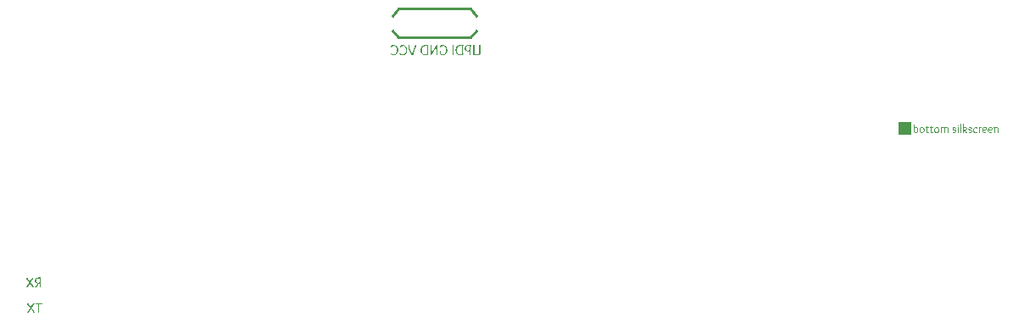
<source format=gbo>
G04                                                      *
G04 Greetings!                                           *
G04 This Gerber was generated by PCBmodE, an open source *
G04 PCB design software. Get it here:                    *
G04                                                      *
G04   http://pcbmode.com                                 *
G04                                                      *
G04 Also visit                                           *
G04                                                      *
G04   http://boldport.com                                *
G04                                                      *
G04 and follow @boldport / @pcbmode for updates!         *
G04                                                      *

G04 leading zeros omitted (L); absolute data (A); 6 integer digits and 6 fractional digits *
%FSLAX66Y66*%

G04 mode (MO): millimeters (MM) *
%MOMM*%

G04 Aperture definitions *
%ADD10C,0.001X*%
%ADD11C,0.001X*%
%ADD20C,0.25X*%

%LPD*%
D20*
G01X49168774Y-2526778D02*
G01X48604330Y-3253554D01*
G01X41395669Y-3253554D01*
G01X40831225Y-2526778D01*
D20*
G01X40831225Y-1073223D02*
G01X41395669Y-0346446D01*
G01X48604330Y-0346446D01*
G01X49168774Y-1073223D01*
G36*
G01X49610112Y-4010010D02*
G01X49610112Y-4010010D01*
G01X49549942Y-3998549D01*
G01X49541997Y-3998291D01*
G01X49541997Y-3998291D01*
G01X49482465Y-4012814D01*
G01X49478642Y-4015503D01*
G01X49478642Y-4015503D01*
G01X49458687Y-4069554D01*
G01X49458501Y-4074463D01*
G01X49458501Y-4074463D01*
G01X49459440Y-4122205D01*
G01X49461747Y-4187055D01*
G01X49464652Y-4255866D01*
G01X49467385Y-4315491D01*
G01X49469179Y-4352782D01*
G01X49469487Y-4359009D01*
G01X49469487Y-4359009D01*
G01X49473726Y-4451279D01*
G01X49476705Y-4529713D01*
G01X49478645Y-4593875D01*
G01X49479770Y-4643326D01*
G01X49480302Y-4677630D01*
G01X49480462Y-4696348D01*
G01X49480473Y-4699951D01*
G01X49480473Y-4699951D01*
G01X49468176Y-4778530D01*
G01X49443072Y-4831383D01*
G01X49422847Y-4857544D01*
G01X49420049Y-4860352D01*
G01X49420049Y-4860352D01*
G01X49357454Y-4899274D01*
G01X49303576Y-4913828D01*
G01X49279814Y-4916016D01*
G01X49279790Y-4916016D01*
G01X49279790Y-4916016D01*
G01X49209930Y-4907343D01*
G01X49152689Y-4890732D01*
G01X49125633Y-4880295D01*
G01X49125249Y-4880127D01*
G01X49125249Y-4880127D01*
G01X49057300Y-4844018D01*
G01X49012139Y-4812373D01*
G01X48993654Y-4796856D01*
G01X48993413Y-4796631D01*
G01X48993413Y-4796631D01*
G01X48992681Y-4745410D01*
G01X48992680Y-4745362D01*
G01X48992680Y-4745362D01*
G01X48992140Y-4684584D01*
G01X48991964Y-4623259D01*
G01X48991948Y-4603272D01*
G01X48991948Y-4350586D01*
G01X48991948Y-4350586D01*
G01X48992571Y-4260632D01*
G01X48994163Y-4182093D01*
G01X48996308Y-4116201D01*
G01X48998592Y-4064186D01*
G01X49000600Y-4027279D01*
G01X49001915Y-4006712D01*
G01X49002202Y-4002686D01*
G01X49002202Y-4002686D01*
G01X48944249Y-3998321D01*
G01X48940678Y-3998291D01*
G01X48940678Y-3998291D01*
G01X48877152Y-4025999D01*
G01X48867437Y-4055353D01*
G01X48867436Y-4055420D01*
G01X48867436Y-4055420D01*
G01X48870299Y-4109520D01*
G01X48870366Y-4110718D01*
G01X48870366Y-4110718D01*
G01X48873003Y-4171429D01*
G01X48875117Y-4235779D01*
G01X48876183Y-4273197D01*
G01X48876225Y-4274781D01*
G01X48876225Y-4274781D01*
G01X48877655Y-4344598D01*
G01X48878522Y-4414169D01*
G01X48878967Y-4474723D01*
G01X48879132Y-4517488D01*
G01X48879155Y-4533692D01*
G01X48879155Y-4533692D01*
G01X48879155Y-4533692D01*
G01X48878817Y-4639194D01*
G01X48877976Y-4720334D01*
G01X48876892Y-4779291D01*
G01X48875822Y-4818247D01*
G01X48875027Y-4839382D01*
G01X48874760Y-4844971D01*
G01X48874760Y-4844971D01*
G01X48866326Y-4919010D01*
G01X48855514Y-4971468D01*
G01X48850591Y-4989990D01*
G01X48850591Y-4989990D01*
G01X48911412Y-5001393D01*
G01X48921635Y-5001709D01*
G01X48921635Y-5001709D01*
G01X48977355Y-4984799D01*
G01X48979131Y-4983032D01*
G01X48979131Y-4983032D01*
G01X48994409Y-4925369D01*
G01X48994878Y-4913086D01*
G01X48994878Y-4896973D01*
G01X48994878Y-4896973D01*
G01X49052450Y-4937539D01*
G01X49105435Y-4965607D01*
G01X49136390Y-4979159D01*
G01X49138799Y-4980103D01*
G01X49138799Y-4980103D01*
G01X49213284Y-5001945D01*
G01X49268284Y-5010477D01*
G01X49292639Y-5011961D01*
G01X49292973Y-5011963D01*
G01X49292973Y-5011963D01*
G01X49377368Y-5003705D01*
G01X49443024Y-4984608D01*
G01X49488538Y-4963188D01*
G01X49512506Y-4947962D01*
G01X49515996Y-4945313D01*
G01X49515996Y-4945313D01*
G01X49555848Y-4895192D01*
G01X49580021Y-4833504D01*
G01X49592434Y-4773293D01*
G01X49597008Y-4727602D01*
G01X49597661Y-4709473D01*
G01X49597661Y-4709473D01*
G01X49597661Y-4709473D01*
G01X49596911Y-4647294D01*
G01X49595149Y-4580374D01*
G01X49593109Y-4520635D01*
G01X49591521Y-4480003D01*
G01X49591069Y-4469239D01*
G01X49591069Y-4469239D01*
G01X49587487Y-4377198D01*
G01X49585515Y-4309909D01*
G01X49584674Y-4266783D01*
G01X49584481Y-4247232D01*
G01X49584477Y-4245850D01*
G01X49584477Y-4245850D01*
G01X49587654Y-4159279D01*
G01X49594999Y-4089932D01*
G01X49603237Y-4040570D01*
G01X49609093Y-4013954D01*
G01X49610112Y-4010010D01*
G37*
G36*
G01X48653569Y-4005615D02*
G01X48653569Y-4005615D01*
G01X48577949Y-3995754D01*
G01X48511066Y-3990509D01*
G01X48461913Y-3988423D01*
G01X48439479Y-3988038D01*
G01X48438969Y-3988037D01*
G01X48430180Y-3988037D01*
G01X48430180Y-3988037D01*
G01X48331091Y-3995432D01*
G01X48249786Y-4015728D01*
G01X48184504Y-4046093D01*
G01X48133489Y-4083696D01*
G01X48094980Y-4125704D01*
G01X48067220Y-4169285D01*
G01X48048448Y-4211608D01*
G01X48036908Y-4249839D01*
G01X48030839Y-4281149D01*
G01X48028483Y-4302703D01*
G01X48028081Y-4311671D01*
G01X48028081Y-4311768D01*
G01X48028081Y-4311768D01*
G01X48037831Y-4396468D01*
G01X48061081Y-4463080D01*
G01X48088831Y-4511183D01*
G01X48112081Y-4540354D01*
G01X48121831Y-4550171D01*
G01X48121831Y-4550171D01*
G01X48121831Y-4550171D01*
G01X48183692Y-4591943D01*
G01X48245289Y-4616492D01*
G01X48297832Y-4628395D01*
G01X48332530Y-4632231D01*
G01X48341557Y-4632569D01*
G01X48341557Y-4632569D01*
G01X48419711Y-4624031D01*
G01X48478838Y-4605915D01*
G01X48514008Y-4589464D01*
G01X48521733Y-4584961D01*
G01X48521733Y-4692627D01*
G01X48521733Y-4692627D01*
G01X48519537Y-4786509D01*
G01X48514072Y-4862195D01*
G01X48507022Y-4920029D01*
G01X48500072Y-4960356D01*
G01X48494904Y-4983524D01*
G01X48493169Y-4989990D01*
G01X48493169Y-4989990D01*
G01X48553415Y-5001393D01*
G01X48563481Y-5001709D01*
G01X48563481Y-5001709D01*
G01X48619801Y-4984319D01*
G01X48621709Y-4982300D01*
G01X48621709Y-4982300D01*
G01X48636428Y-4924804D01*
G01X48636723Y-4916016D01*
G01X48636723Y-4916016D01*
G01X48636144Y-4859082D01*
G01X48635337Y-4802814D01*
G01X48635258Y-4797730D01*
G01X48635258Y-4797730D01*
G01X48634196Y-4714602D01*
G01X48633833Y-4664811D01*
G01X48633794Y-4650879D01*
G01X48633794Y-4350586D01*
G01X48633794Y-4350586D01*
G01X48634995Y-4262239D01*
G01X48638065Y-4184664D01*
G01X48642203Y-4119241D01*
G01X48646608Y-4067350D01*
G01X48650479Y-4030369D01*
G01X48653015Y-4009678D01*
G01X48653569Y-4005615D01*
G37*
%LPC*%
G36*
G01X48527592Y-4085449D02*
G01X48527592Y-4085449D01*
G01X48525083Y-4139607D01*
G01X48523418Y-4206282D01*
G01X48522422Y-4275135D01*
G01X48521925Y-4335823D01*
G01X48521753Y-4378004D01*
G01X48521733Y-4391602D01*
G01X48521733Y-4503662D01*
G01X48521733Y-4503662D01*
G01X48454177Y-4529781D01*
G01X48396767Y-4539548D01*
G01X48371612Y-4541016D01*
G01X48371587Y-4541016D01*
G01X48371587Y-4541016D01*
G01X48294442Y-4529016D01*
G01X48241508Y-4504521D01*
G01X48214822Y-4484786D01*
G01X48211919Y-4482056D01*
G01X48211919Y-4482056D01*
G01X48174767Y-4423628D01*
G01X48158344Y-4364902D01*
G01X48154184Y-4326832D01*
G01X48154057Y-4322022D01*
G01X48154057Y-4322022D01*
G01X48164128Y-4234234D01*
G01X48186284Y-4175354D01*
G01X48208440Y-4142292D01*
G01X48218510Y-4131958D01*
G01X48218510Y-4131958D01*
G01X48218510Y-4131958D01*
G01X48274444Y-4102578D01*
G01X48337931Y-4086953D01*
G01X48391719Y-4080740D01*
G01X48418553Y-4079593D01*
G01X48419194Y-4079590D01*
G01X48419194Y-4079590D01*
G01X48483896Y-4082256D01*
G01X48526863Y-4085389D01*
G01X48527592Y-4085449D01*
G37*
%LPD*%
G36*
G01X47897710Y-4917481D02*
G01X47897710Y-4917481D01*
G01X47891872Y-4870267D01*
G01X47887040Y-4812762D01*
G01X47883122Y-4748559D01*
G01X47880026Y-4681254D01*
G01X47877660Y-4614441D01*
G01X47875930Y-4551715D01*
G01X47874746Y-4496671D01*
G01X47874014Y-4452903D01*
G01X47873643Y-4424006D01*
G01X47873540Y-4413574D01*
G01X47873540Y-4413574D01*
G01X47873540Y-4413574D01*
G01X47874455Y-4317282D01*
G01X47876855Y-4233185D01*
G01X47880217Y-4161669D01*
G01X47884020Y-4103119D01*
G01X47887743Y-4057923D01*
G01X47890865Y-4026467D01*
G01X47892863Y-4009136D01*
G01X47893315Y-4005615D01*
G01X47893315Y-4005615D01*
G01X47828139Y-3996062D01*
G01X47760862Y-3990805D01*
G01X47704957Y-3988561D01*
G01X47673898Y-3988046D01*
G01X47671391Y-3988037D01*
G01X47660405Y-3988037D01*
G01X47660405Y-3988037D01*
G01X47581211Y-3991705D01*
G01X47516147Y-3999914D01*
G01X47470862Y-4008472D01*
G01X47451006Y-4013188D01*
G01X47450566Y-4013306D01*
G01X47450566Y-4013306D01*
G01X47380100Y-4038858D01*
G01X47323671Y-4067690D01*
G01X47288588Y-4089464D01*
G01X47280644Y-4094971D01*
G01X47280644Y-4094971D01*
G01X47229277Y-4143482D01*
G01X47191609Y-4195221D01*
G01X47168429Y-4236386D01*
G01X47160527Y-4253174D01*
G01X47160527Y-4253174D01*
G01X47160527Y-4253174D01*
G01X47138805Y-4321036D01*
G01X47126040Y-4389536D01*
G01X47119851Y-4448458D01*
G01X47117856Y-4487587D01*
G01X47117680Y-4497803D01*
G01X47117680Y-4497803D01*
G01X47123243Y-4581288D01*
G01X47137818Y-4655791D01*
G01X47158239Y-4720463D01*
G01X47181341Y-4774453D01*
G01X47203955Y-4816913D01*
G01X47222915Y-4846992D01*
G01X47235054Y-4863842D01*
G01X47237798Y-4867310D01*
G01X47237798Y-4867310D01*
G01X47293345Y-4919956D01*
G01X47355534Y-4957972D01*
G01X47419037Y-4983740D01*
G01X47478522Y-4999641D01*
G01X47528660Y-5008057D01*
G01X47564121Y-5011371D01*
G01X47579575Y-5011962D01*
G01X47579839Y-5011963D01*
G01X47579839Y-5011963D01*
G01X47665349Y-5006223D01*
G01X47738292Y-4991555D01*
G01X47798164Y-4971784D01*
G01X47844460Y-4950739D01*
G01X47876675Y-4932244D01*
G01X47894307Y-4920126D01*
G01X47897710Y-4917481D01*
G37*
%LPC*%
G36*
G01X47781987Y-4866944D02*
G01X47781987Y-4866944D01*
G01X47719260Y-4897351D01*
G01X47656695Y-4913522D01*
G01X47607111Y-4919953D01*
G01X47583324Y-4921139D01*
G01X47582768Y-4921143D01*
G01X47582768Y-4921143D01*
G01X47505743Y-4913312D01*
G01X47449482Y-4897650D01*
G01X47421104Y-4885903D01*
G01X47419072Y-4884888D01*
G01X47419072Y-4884888D01*
G01X47358548Y-4841462D01*
G01X47323016Y-4801952D01*
G01X47313237Y-4787842D01*
G01X47313237Y-4787842D01*
G01X47280674Y-4722310D01*
G01X47263543Y-4674472D01*
G01X47260136Y-4662598D01*
G01X47260136Y-4662598D01*
G01X47247778Y-4592507D01*
G01X47243947Y-4540753D01*
G01X47243657Y-4527832D01*
G01X47243657Y-4527832D01*
G01X47249573Y-4440538D01*
G01X47264883Y-4366316D01*
G01X47285936Y-4305192D01*
G01X47309077Y-4257190D01*
G01X47330651Y-4222333D01*
G01X47347006Y-4200645D01*
G01X47354487Y-4192152D01*
G01X47354619Y-4192017D01*
G01X47354619Y-4192017D01*
G01X47409939Y-4148634D01*
G01X47471976Y-4118152D01*
G01X47534640Y-4098295D01*
G01X47591844Y-4086785D01*
G01X47637500Y-4081347D01*
G01X47665518Y-4079702D01*
G01X47671391Y-4079590D01*
G01X47671391Y-4079590D01*
G01X47735254Y-4082783D01*
G01X47767339Y-4085449D01*
G01X47767339Y-4085449D01*
G01X47764285Y-4153887D01*
G01X47762343Y-4222432D01*
G01X47761270Y-4281112D01*
G01X47760821Y-4319957D01*
G01X47760747Y-4330078D01*
G01X47760747Y-4330078D01*
G01X47761341Y-4426091D01*
G01X47762956Y-4513881D01*
G01X47765335Y-4593005D01*
G01X47768223Y-4663020D01*
G01X47771367Y-4723480D01*
G01X47774510Y-4773944D01*
G01X47777399Y-4813965D01*
G01X47779778Y-4843102D01*
G01X47781392Y-4860909D01*
G01X47781987Y-4866944D01*
G01X47781987Y-4866944D01*
G37*
%LPD*%
G36*
G01X46945561Y-4002686D02*
G01X46945561Y-4002686D01*
G01X46887608Y-3998321D01*
G01X46884038Y-3998291D01*
G01X46884038Y-3998291D01*
G01X46820511Y-4025999D01*
G01X46810796Y-4055353D01*
G01X46810796Y-4055420D01*
G01X46810796Y-4055420D01*
G01X46813500Y-4111832D01*
G01X46813725Y-4115845D01*
G01X46813725Y-4115845D01*
G01X46816979Y-4181852D01*
G01X46819190Y-4234627D01*
G01X46819585Y-4244751D01*
G01X46819585Y-4244751D01*
G01X46821710Y-4320405D01*
G01X46822435Y-4374486D01*
G01X46822514Y-4391602D01*
G01X46822514Y-4692627D01*
G01X46822514Y-4692627D01*
G01X46820318Y-4786509D01*
G01X46814854Y-4862195D01*
G01X46807804Y-4920029D01*
G01X46800853Y-4960356D01*
G01X46795685Y-4983524D01*
G01X46793950Y-4989990D01*
G01X46793950Y-4989990D01*
G01X46854484Y-5001393D01*
G01X46864629Y-5001709D01*
G01X46864629Y-5001709D01*
G01X46921110Y-4984508D01*
G01X46923222Y-4982300D01*
G01X46923222Y-4982300D01*
G01X46937941Y-4924804D01*
G01X46938237Y-4916016D01*
G01X46938237Y-4916016D01*
G01X46937512Y-4859082D01*
G01X46936504Y-4802814D01*
G01X46936406Y-4797730D01*
G01X46936406Y-4797730D01*
G01X46935078Y-4714602D01*
G01X46934624Y-4664811D01*
G01X46934575Y-4650879D01*
G01X46934575Y-4350586D01*
G01X46934575Y-4350586D01*
G01X46935242Y-4260632D01*
G01X46936948Y-4182093D01*
G01X46939247Y-4116201D01*
G01X46941694Y-4064186D01*
G01X46943845Y-4027279D01*
G01X46945254Y-4006712D01*
G01X46945561Y-4002686D01*
G37*
G36*
G01X46295171Y-4499268D02*
G01X46295171Y-4499268D01*
G01X46289252Y-4410954D01*
G01X46273744Y-4333666D01*
G01X46252015Y-4267810D01*
G01X46227435Y-4213790D01*
G01X46203373Y-4172012D01*
G01X46183199Y-4142882D01*
G01X46170282Y-4126806D01*
G01X46167363Y-4123535D01*
G01X46167363Y-4123535D01*
G01X46109290Y-4074222D01*
G01X46045787Y-4038612D01*
G01X45981887Y-4014475D01*
G01X45922626Y-3999580D01*
G01X45873037Y-3991696D01*
G01X45838156Y-3988592D01*
G01X45823016Y-3988038D01*
G01X45822758Y-3988037D01*
G01X45822758Y-3988037D01*
G01X45742593Y-3995419D01*
G01X45680486Y-4011658D01*
G01X45640351Y-4027897D01*
G01X45626103Y-4035279D01*
G01X45626103Y-4035279D01*
G01X45626103Y-4035279D01*
G01X45568459Y-4088944D01*
G01X45548781Y-4135221D01*
G01X45546635Y-4151367D01*
G01X45546635Y-4151367D01*
G01X45577770Y-4205086D01*
G01X45624329Y-4224588D01*
G01X45631596Y-4226074D01*
G01X45631596Y-4226074D01*
G01X45669651Y-4162628D01*
G01X45707624Y-4126099D01*
G01X45721684Y-4116211D01*
G01X45721684Y-4116211D01*
G01X45789125Y-4088747D01*
G01X45839432Y-4080234D01*
G01X45852055Y-4079590D01*
G01X45852055Y-4079590D01*
G01X45926741Y-4090154D01*
G01X45988626Y-4115718D01*
G01X46036173Y-4147089D01*
G01X46067844Y-4175072D01*
G01X46082103Y-4190475D01*
G01X46082768Y-4191284D01*
G01X46082768Y-4191284D01*
G01X46121031Y-4251894D01*
G01X46146434Y-4315457D01*
G01X46161611Y-4375461D01*
G01X46169196Y-4425400D01*
G01X46171822Y-4458761D01*
G01X46172124Y-4469239D01*
G01X46172124Y-4469239D01*
G01X46166651Y-4551184D01*
G01X46152665Y-4623394D01*
G01X46133814Y-4684491D01*
G01X46113747Y-4733095D01*
G01X46096112Y-4767826D01*
G01X46084558Y-4787306D01*
G01X46082036Y-4791138D01*
G01X46082036Y-4791138D01*
G01X46027900Y-4849462D01*
G01X45968168Y-4887063D01*
G01X45910913Y-4908489D01*
G01X45864209Y-4918289D01*
G01X45836129Y-4921013D01*
G01X45831548Y-4921143D01*
G01X45831548Y-4921143D01*
G01X45753528Y-4910618D01*
G01X45693895Y-4887062D01*
G01X45654836Y-4862504D01*
G01X45638538Y-4848972D01*
G01X45638188Y-4848633D01*
G01X45638188Y-4848633D01*
G01X45640006Y-4759503D01*
G01X45642240Y-4684199D01*
G01X45644545Y-4623972D01*
G01X45646576Y-4580076D01*
G01X45647987Y-4553761D01*
G01X45648442Y-4546143D01*
G01X45648442Y-4546143D01*
G01X45594775Y-4541031D01*
G01X45594243Y-4541016D01*
G01X45594243Y-4541016D01*
G01X45530716Y-4568723D01*
G01X45521001Y-4598077D01*
G01X45521001Y-4598145D01*
G01X45526128Y-4694092D01*
G01X45526128Y-4694092D01*
G01X45529420Y-4771947D01*
G01X45530875Y-4832346D01*
G01X45531243Y-4865966D01*
G01X45531255Y-4869873D01*
G01X45531255Y-4869873D01*
G01X45557768Y-4924117D01*
G01X45602582Y-4959698D01*
G01X45616948Y-4968018D01*
G01X45616948Y-4968018D01*
G01X45680446Y-4991901D01*
G01X45744593Y-5005043D01*
G01X45797252Y-5010654D01*
G01X45826284Y-5011941D01*
G01X45828618Y-5011963D01*
G01X45828618Y-5011963D01*
G01X45912448Y-5004408D01*
G01X45985661Y-4984852D01*
G01X46047547Y-4957963D01*
G01X46097392Y-4928407D01*
G01X46134487Y-4900852D01*
G01X46158119Y-4879963D01*
G01X46167577Y-4870407D01*
G01X46167729Y-4870240D01*
G01X46167729Y-4870240D01*
G01X46211250Y-4811226D01*
G01X46243528Y-4747513D01*
G01X46266244Y-4683276D01*
G01X46281077Y-4622692D01*
G01X46289707Y-4569935D01*
G01X46293814Y-4529182D01*
G01X46295078Y-4504608D01*
G01X46295171Y-4499268D01*
G37*
G36*
G01X45347417Y-4008545D02*
G01X45347417Y-4008545D01*
G01X45286893Y-3997143D01*
G01X45277104Y-3996826D01*
G01X45277104Y-3996826D01*
G01X45229863Y-4007447D01*
G01X45229863Y-4007447D01*
G01X45192876Y-4040039D01*
G01X45192876Y-4040039D01*
G01X45160818Y-4080139D01*
G01X45124743Y-4130239D01*
G01X45087395Y-4185298D01*
G01X45051513Y-4240277D01*
G01X45019842Y-4290135D01*
G01X44995121Y-4329834D01*
G01X44980095Y-4354334D01*
G01X44976811Y-4359741D01*
G01X44976811Y-4359741D01*
G01X44935243Y-4429454D01*
G01X44895717Y-4497322D01*
G01X44858785Y-4562054D01*
G01X44824995Y-4622353D01*
G01X44794896Y-4676926D01*
G01X44769038Y-4724479D01*
G01X44747970Y-4763717D01*
G01X44732241Y-4793347D01*
G01X44722401Y-4812074D01*
G01X44718999Y-4818604D01*
G01X44718999Y-4818604D01*
G01X44718999Y-4818604D01*
G01X44721592Y-4771463D01*
G01X44723617Y-4712382D01*
G01X44725144Y-4645959D01*
G01X44726244Y-4576792D01*
G01X44726987Y-4509476D01*
G01X44727442Y-4448611D01*
G01X44727681Y-4398794D01*
G01X44727773Y-4364621D01*
G01X44727788Y-4350690D01*
G01X44727788Y-4350586D01*
G01X44727788Y-4350586D01*
G01X44728411Y-4260632D01*
G01X44730003Y-4182093D01*
G01X44732148Y-4116201D01*
G01X44734432Y-4064186D01*
G01X44736440Y-4027279D01*
G01X44737755Y-4006712D01*
G01X44738042Y-4002686D01*
G01X44738042Y-4002686D01*
G01X44691899Y-3998291D01*
G01X44691899Y-3998291D01*
G01X44628373Y-4025999D01*
G01X44618658Y-4055353D01*
G01X44618657Y-4055420D01*
G01X44618657Y-4055420D01*
G01X44621361Y-4111832D01*
G01X44621587Y-4115845D01*
G01X44621587Y-4115845D01*
G01X44624841Y-4181852D01*
G01X44627052Y-4234627D01*
G01X44627446Y-4244751D01*
G01X44627446Y-4244751D01*
G01X44629571Y-4320405D01*
G01X44630297Y-4374486D01*
G01X44630376Y-4391602D01*
G01X44630376Y-4647949D01*
G01X44630376Y-4647949D01*
G01X44629753Y-4737904D01*
G01X44628161Y-4816442D01*
G01X44626015Y-4882335D01*
G01X44623731Y-4934350D01*
G01X44621724Y-4971256D01*
G01X44620409Y-4991824D01*
G01X44620122Y-4995850D01*
G01X44620122Y-4995850D01*
G01X44669194Y-5001709D01*
G01X44669194Y-5001709D01*
G01X44731367Y-4978556D01*
G01X44747563Y-4961426D01*
G01X44747563Y-4961426D01*
G01X44773171Y-4920691D01*
G01X44804033Y-4869562D01*
G01X44837650Y-4812609D01*
G01X44871524Y-4754405D01*
G01X44903156Y-4699521D01*
G01X44930049Y-4652527D01*
G01X44949703Y-4617997D01*
G01X44959621Y-4600500D01*
G01X44960332Y-4599243D01*
G01X44960332Y-4599243D01*
G01X45004354Y-4522164D01*
G01X45045413Y-4451772D01*
G01X45083114Y-4388401D01*
G01X45117064Y-4332390D01*
G01X45146870Y-4284073D01*
G01X45172139Y-4243787D01*
G01X45192478Y-4211869D01*
G01X45207492Y-4188654D01*
G01X45216789Y-4174478D01*
G01X45219975Y-4169678D01*
G01X45219975Y-4169678D01*
G01X45219975Y-4169678D01*
G01X45220372Y-4198203D01*
G01X45220690Y-4246002D01*
G01X45220938Y-4307829D01*
G01X45221124Y-4378436D01*
G01X45221257Y-4452576D01*
G01X45221346Y-4525002D01*
G01X45221401Y-4590468D01*
G01X45221428Y-4643725D01*
G01X45221439Y-4679527D01*
G01X45221440Y-4692627D01*
G01X45221440Y-4692627D01*
G01X45221440Y-4692627D01*
G01X45219244Y-4786509D01*
G01X45213779Y-4862195D01*
G01X45206729Y-4920029D01*
G01X45199779Y-4960356D01*
G01X45194611Y-4983524D01*
G01X45192876Y-4989990D01*
G01X45192876Y-4989990D01*
G01X45247358Y-5001689D01*
G01X45248540Y-5001709D01*
G01X45248540Y-5001709D01*
G01X45304860Y-4984319D01*
G01X45306767Y-4982300D01*
G01X45306767Y-4982300D01*
G01X45321486Y-4924804D01*
G01X45321782Y-4916016D01*
G01X45321782Y-4916016D01*
G01X45321202Y-4859082D01*
G01X45320395Y-4802814D01*
G01X45320317Y-4797730D01*
G01X45320317Y-4797730D01*
G01X45319255Y-4714602D01*
G01X45318892Y-4664811D01*
G01X45318852Y-4650879D01*
G01X45318852Y-4350586D01*
G01X45318852Y-4350586D01*
G01X45320588Y-4248367D01*
G01X45325022Y-4166240D01*
G01X45330999Y-4102840D01*
G01X45337362Y-4056803D01*
G01X45342953Y-4026764D01*
G01X45346617Y-4011359D01*
G01X45347417Y-4008545D01*
G37*
G36*
G01X44404057Y-4917481D02*
G01X44404057Y-4917481D01*
G01X44398219Y-4870267D01*
G01X44393387Y-4812762D01*
G01X44389470Y-4748559D01*
G01X44386374Y-4681254D01*
G01X44384007Y-4614441D01*
G01X44382278Y-4551715D01*
G01X44381094Y-4496671D01*
G01X44380362Y-4452903D01*
G01X44379991Y-4424006D01*
G01X44379887Y-4413574D01*
G01X44379887Y-4413574D01*
G01X44379887Y-4413574D01*
G01X44380803Y-4317282D01*
G01X44383203Y-4233185D01*
G01X44386565Y-4161669D01*
G01X44390368Y-4103119D01*
G01X44394091Y-4057923D01*
G01X44397213Y-4026467D01*
G01X44399211Y-4009136D01*
G01X44399663Y-4005615D01*
G01X44399663Y-4005615D01*
G01X44334487Y-3996062D01*
G01X44267209Y-3990805D01*
G01X44211304Y-3988561D01*
G01X44180246Y-3988046D01*
G01X44177739Y-3988037D01*
G01X44166753Y-3988037D01*
G01X44166753Y-3988037D01*
G01X44087559Y-3991705D01*
G01X44022495Y-3999914D01*
G01X43977210Y-4008472D01*
G01X43957354Y-4013188D01*
G01X43956914Y-4013306D01*
G01X43956914Y-4013306D01*
G01X43886448Y-4038858D01*
G01X43830019Y-4067690D01*
G01X43794936Y-4089464D01*
G01X43786992Y-4094971D01*
G01X43786992Y-4094971D01*
G01X43735625Y-4143482D01*
G01X43697957Y-4195221D01*
G01X43674777Y-4236386D01*
G01X43666875Y-4253174D01*
G01X43666875Y-4253174D01*
G01X43666875Y-4253174D01*
G01X43645153Y-4321036D01*
G01X43632388Y-4389536D01*
G01X43626198Y-4448458D01*
G01X43624203Y-4487587D01*
G01X43624028Y-4497803D01*
G01X43624028Y-4497803D01*
G01X43629590Y-4581288D01*
G01X43644165Y-4655791D01*
G01X43664587Y-4720463D01*
G01X43687688Y-4774453D01*
G01X43710302Y-4816913D01*
G01X43729262Y-4846992D01*
G01X43741401Y-4863842D01*
G01X43744145Y-4867310D01*
G01X43744145Y-4867310D01*
G01X43799692Y-4919956D01*
G01X43861882Y-4957972D01*
G01X43925384Y-4983740D01*
G01X43984870Y-4999641D01*
G01X44035007Y-5008057D01*
G01X44070468Y-5011371D01*
G01X44085922Y-5011962D01*
G01X44086186Y-5011963D01*
G01X44086186Y-5011963D01*
G01X44171697Y-5006223D01*
G01X44244640Y-4991555D01*
G01X44304511Y-4971784D01*
G01X44350807Y-4950739D01*
G01X44383023Y-4932244D01*
G01X44400654Y-4920126D01*
G01X44404057Y-4917481D01*
G37*
%LPC*%
G36*
G01X44288335Y-4866944D02*
G01X44288335Y-4866944D01*
G01X44225608Y-4897351D01*
G01X44163043Y-4913522D01*
G01X44113458Y-4919953D01*
G01X44089672Y-4921139D01*
G01X44089116Y-4921143D01*
G01X44089116Y-4921143D01*
G01X44012091Y-4913312D01*
G01X43955830Y-4897650D01*
G01X43927452Y-4885903D01*
G01X43925420Y-4884888D01*
G01X43925420Y-4884888D01*
G01X43864896Y-4841462D01*
G01X43829364Y-4801952D01*
G01X43819585Y-4787842D01*
G01X43819585Y-4787842D01*
G01X43787022Y-4722310D01*
G01X43769890Y-4674472D01*
G01X43766484Y-4662598D01*
G01X43766484Y-4662598D01*
G01X43754125Y-4592507D01*
G01X43750294Y-4540753D01*
G01X43750005Y-4527832D01*
G01X43750005Y-4527832D01*
G01X43755920Y-4440538D01*
G01X43771231Y-4366316D01*
G01X43792284Y-4305192D01*
G01X43815424Y-4257190D01*
G01X43836999Y-4222333D01*
G01X43853354Y-4200645D01*
G01X43860835Y-4192152D01*
G01X43860966Y-4192017D01*
G01X43860966Y-4192017D01*
G01X43916287Y-4148634D01*
G01X43978324Y-4118152D01*
G01X44040988Y-4098295D01*
G01X44098192Y-4086785D01*
G01X44143847Y-4081347D01*
G01X44171865Y-4079702D01*
G01X44177739Y-4079590D01*
G01X44177739Y-4079590D01*
G01X44241601Y-4082783D01*
G01X44273686Y-4085449D01*
G01X44273686Y-4085449D01*
G01X44270632Y-4153887D01*
G01X44268691Y-4222432D01*
G01X44267618Y-4281112D01*
G01X44267169Y-4319957D01*
G01X44267094Y-4330078D01*
G01X44267094Y-4330078D01*
G01X44267689Y-4426091D01*
G01X44269303Y-4513881D01*
G01X44271682Y-4593005D01*
G01X44274571Y-4663020D01*
G01X44277715Y-4723480D01*
G01X44280858Y-4773944D01*
G01X44283747Y-4813965D01*
G01X44286126Y-4843102D01*
G01X44287740Y-4860909D01*
G01X44288335Y-4866944D01*
G01X44288335Y-4866944D01*
G37*
%LPD*%
G36*
G01X43235844Y-4053955D02*
G01X43235844Y-4053955D01*
G01X43169420Y-4009723D01*
G01X43132367Y-3998616D01*
G01X43128178Y-3998291D01*
G01X43128178Y-3998291D01*
G01X43074658Y-4029551D01*
G01X43054237Y-4062668D01*
G01X43054204Y-4062744D01*
G01X43054204Y-4062744D01*
G01X43030514Y-4119662D01*
G01X43006031Y-4183286D01*
G01X42982076Y-4248885D01*
G01X42959973Y-4311729D01*
G01X42941045Y-4367087D01*
G01X42926613Y-4410228D01*
G01X42918000Y-4436420D01*
G01X42916142Y-4442139D01*
G01X42916142Y-4442139D01*
G01X42889054Y-4527746D01*
G01X42865074Y-4606569D01*
G01X42844305Y-4677393D01*
G01X42826849Y-4739004D01*
G01X42812809Y-4790186D01*
G01X42802288Y-4829724D01*
G01X42795387Y-4856403D01*
G01X42792211Y-4869009D01*
G01X42791997Y-4869873D01*
G01X42791997Y-4869873D01*
G01X42757154Y-4823914D01*
G01X42722709Y-4766921D01*
G01X42690102Y-4704531D01*
G01X42660772Y-4642384D01*
G01X42636155Y-4586116D01*
G01X42617692Y-4541368D01*
G01X42606820Y-4513777D01*
G01X42604497Y-4507691D01*
G01X42604497Y-4507691D01*
G01X42573002Y-4416951D01*
G01X42549024Y-4334880D01*
G01X42531540Y-4262333D01*
G01X42519523Y-4200165D01*
G01X42511948Y-4149229D01*
G01X42507790Y-4110379D01*
G01X42506025Y-4084471D01*
G01X42505626Y-4072358D01*
G01X42505620Y-4071533D01*
G01X42505620Y-4071533D01*
G01X42509986Y-4004160D01*
G01X42511479Y-3996826D01*
G01X42511479Y-3996826D01*
G01X42451294Y-3988119D01*
G01X42448491Y-3988037D01*
G01X42448491Y-3988037D01*
G01X42399216Y-4004346D01*
G01X42399052Y-4004517D01*
G01X42399052Y-4004517D01*
G01X42384099Y-4058448D01*
G01X42384038Y-4061280D01*
G01X42384038Y-4061280D01*
G01X42387561Y-4119212D01*
G01X42397015Y-4182174D01*
G01X42410727Y-4247060D01*
G01X42427025Y-4310764D01*
G01X42444235Y-4370180D01*
G01X42460685Y-4422202D01*
G01X42474701Y-4463725D01*
G01X42484611Y-4491642D01*
G01X42488743Y-4502847D01*
G01X42488774Y-4502930D01*
G01X42488774Y-4502930D01*
G01X42523370Y-4589317D01*
G01X42557420Y-4665736D01*
G01X42590006Y-4732166D01*
G01X42620208Y-4788582D01*
G01X42647110Y-4834960D01*
G01X42669793Y-4871278D01*
G01X42687337Y-4897513D01*
G01X42698826Y-4913640D01*
G01X42703341Y-4919636D01*
G01X42703374Y-4919678D01*
G01X42703374Y-4919678D01*
G01X42752057Y-4974205D01*
G01X42766362Y-4985596D01*
G01X42766362Y-4985596D01*
G01X42822635Y-5001580D01*
G01X42826421Y-5001709D01*
G01X42826421Y-5001709D01*
G01X42875493Y-4998780D01*
G01X42875493Y-4998780D01*
G01X42890040Y-4932091D01*
G01X42907047Y-4863657D01*
G01X42925715Y-4795151D01*
G01X42945247Y-4728245D01*
G01X42964845Y-4664610D01*
G01X42983712Y-4605920D01*
G01X43001050Y-4553846D01*
G01X43016061Y-4510061D01*
G01X43027947Y-4476237D01*
G01X43035911Y-4454047D01*
G01X43039155Y-4445162D01*
G01X43039189Y-4445069D01*
G01X43039189Y-4445069D01*
G01X43079165Y-4342540D01*
G01X43115708Y-4258541D01*
G01X43148328Y-4191475D01*
G01X43176537Y-4139749D01*
G01X43199844Y-4101768D01*
G01X43217760Y-4075936D01*
G01X43229794Y-4060660D01*
G01X43235457Y-4054345D01*
G01X43235844Y-4053955D01*
G37*
G36*
G01X42296147Y-4499268D02*
G01X42296147Y-4499268D01*
G01X42290229Y-4410954D01*
G01X42274720Y-4333666D01*
G01X42252991Y-4267810D01*
G01X42228411Y-4213790D01*
G01X42204349Y-4172012D01*
G01X42184175Y-4142882D01*
G01X42171259Y-4126806D01*
G01X42168340Y-4123535D01*
G01X42168340Y-4123535D01*
G01X42110267Y-4074222D01*
G01X42046763Y-4038612D01*
G01X41982864Y-4014475D01*
G01X41923603Y-3999580D01*
G01X41874014Y-3991696D01*
G01X41839133Y-3988592D01*
G01X41823993Y-3988038D01*
G01X41823735Y-3988037D01*
G01X41823735Y-3988037D01*
G01X41743569Y-3995419D01*
G01X41681462Y-4011658D01*
G01X41641328Y-4027897D01*
G01X41627080Y-4035279D01*
G01X41627080Y-4035279D01*
G01X41627080Y-4035279D01*
G01X41569436Y-4088944D01*
G01X41549758Y-4135221D01*
G01X41547612Y-4151367D01*
G01X41547612Y-4151367D01*
G01X41578747Y-4205086D01*
G01X41625306Y-4224588D01*
G01X41632573Y-4226074D01*
G01X41632573Y-4226074D01*
G01X41670627Y-4162628D01*
G01X41708601Y-4126099D01*
G01X41722661Y-4116211D01*
G01X41722661Y-4116211D01*
G01X41790102Y-4088747D01*
G01X41840408Y-4080234D01*
G01X41853032Y-4079590D01*
G01X41853032Y-4079590D01*
G01X41927718Y-4090154D01*
G01X41989602Y-4115718D01*
G01X42037149Y-4147089D01*
G01X42068821Y-4175072D01*
G01X42083079Y-4190475D01*
G01X42083745Y-4191284D01*
G01X42083745Y-4191284D01*
G01X42122008Y-4251894D01*
G01X42147411Y-4315457D01*
G01X42162588Y-4375461D01*
G01X42170172Y-4425400D01*
G01X42172799Y-4458761D01*
G01X42173100Y-4469239D01*
G01X42173100Y-4469239D01*
G01X42167627Y-4551184D01*
G01X42153641Y-4623394D01*
G01X42134790Y-4684491D01*
G01X42114723Y-4733095D01*
G01X42097089Y-4767826D01*
G01X42085535Y-4787306D01*
G01X42083012Y-4791138D01*
G01X42083012Y-4791138D01*
G01X42028751Y-4849462D01*
G01X41968711Y-4887063D01*
G01X41911069Y-4908489D01*
G01X41864001Y-4918289D01*
G01X41835682Y-4921013D01*
G01X41831059Y-4921143D01*
G01X41831059Y-4921143D01*
G01X41759594Y-4911837D01*
G01X41710215Y-4895673D01*
G01X41696660Y-4889649D01*
G01X41696660Y-4889649D01*
G01X41638592Y-4846995D01*
G01X41605266Y-4807499D01*
G01X41598149Y-4796631D01*
G01X41598149Y-4796631D01*
G01X41540975Y-4842515D01*
G01X41532232Y-4869818D01*
G01X41532231Y-4869873D01*
G01X41532231Y-4869873D01*
G01X41558744Y-4924117D01*
G01X41603558Y-4959698D01*
G01X41617924Y-4968018D01*
G01X41617924Y-4968018D01*
G01X41681423Y-4991901D01*
G01X41745570Y-5005043D01*
G01X41798228Y-5010654D01*
G01X41827261Y-5011941D01*
G01X41829594Y-5011963D01*
G01X41829594Y-5011963D01*
G01X41913425Y-5004408D01*
G01X41986638Y-4984852D01*
G01X42048523Y-4957963D01*
G01X42098369Y-4928407D01*
G01X42135463Y-4900852D01*
G01X42159095Y-4879963D01*
G01X42168553Y-4870407D01*
G01X42168706Y-4870239D01*
G01X42168706Y-4870239D01*
G01X42212227Y-4811226D01*
G01X42244505Y-4747513D01*
G01X42267220Y-4683276D01*
G01X42282053Y-4622692D01*
G01X42290683Y-4569935D01*
G01X42294790Y-4529182D01*
G01X42296054Y-4504608D01*
G01X42296147Y-4499268D01*
G37*
G36*
G01X41393803Y-4499268D02*
G01X41393803Y-4499268D01*
G01X41387885Y-4410954D01*
G01X41372377Y-4333666D01*
G01X41350648Y-4267810D01*
G01X41326067Y-4213790D01*
G01X41302006Y-4172012D01*
G01X41281832Y-4142882D01*
G01X41268915Y-4126806D01*
G01X41265996Y-4123535D01*
G01X41265996Y-4123535D01*
G01X41207923Y-4074222D01*
G01X41144420Y-4038612D01*
G01X41080520Y-4014475D01*
G01X41021259Y-3999580D01*
G01X40971670Y-3991696D01*
G01X40936789Y-3988592D01*
G01X40921649Y-3988038D01*
G01X40921391Y-3988037D01*
G01X40921391Y-3988037D01*
G01X40841225Y-3995419D01*
G01X40779118Y-4011658D01*
G01X40738984Y-4027897D01*
G01X40724736Y-4035279D01*
G01X40724736Y-4035279D01*
G01X40724736Y-4035279D01*
G01X40667092Y-4088944D01*
G01X40647414Y-4135221D01*
G01X40645268Y-4151367D01*
G01X40645268Y-4151367D01*
G01X40676403Y-4205086D01*
G01X40722962Y-4224588D01*
G01X40730229Y-4226074D01*
G01X40730229Y-4226074D01*
G01X40768283Y-4162628D01*
G01X40806257Y-4126099D01*
G01X40820317Y-4116211D01*
G01X40820317Y-4116211D01*
G01X40887758Y-4088747D01*
G01X40938065Y-4080234D01*
G01X40950688Y-4079590D01*
G01X40950688Y-4079590D01*
G01X41025374Y-4090154D01*
G01X41087259Y-4115718D01*
G01X41134805Y-4147089D01*
G01X41166477Y-4175072D01*
G01X41180736Y-4190475D01*
G01X41181401Y-4191284D01*
G01X41181401Y-4191284D01*
G01X41219664Y-4251894D01*
G01X41245067Y-4315457D01*
G01X41260244Y-4375461D01*
G01X41267829Y-4425400D01*
G01X41270455Y-4458761D01*
G01X41270757Y-4469239D01*
G01X41270757Y-4469239D01*
G01X41265284Y-4551184D01*
G01X41251298Y-4623394D01*
G01X41232447Y-4684491D01*
G01X41212380Y-4733095D01*
G01X41194745Y-4767826D01*
G01X41183191Y-4787306D01*
G01X41180669Y-4791138D01*
G01X41180669Y-4791138D01*
G01X41126407Y-4849462D01*
G01X41066367Y-4887063D01*
G01X41008726Y-4908489D01*
G01X40961657Y-4918289D01*
G01X40933338Y-4921013D01*
G01X40928716Y-4921143D01*
G01X40928716Y-4921143D01*
G01X40857250Y-4911837D01*
G01X40807871Y-4895673D01*
G01X40794316Y-4889649D01*
G01X40794316Y-4889649D01*
G01X40736249Y-4846995D01*
G01X40702923Y-4807499D01*
G01X40695805Y-4796631D01*
G01X40695805Y-4796631D01*
G01X40638631Y-4842515D01*
G01X40629888Y-4869818D01*
G01X40629887Y-4869873D01*
G01X40629887Y-4869873D01*
G01X40656400Y-4924117D01*
G01X40701214Y-4959698D01*
G01X40715581Y-4968018D01*
G01X40715581Y-4968018D01*
G01X40779079Y-4991901D01*
G01X40843226Y-5005043D01*
G01X40895885Y-5010654D01*
G01X40924917Y-5011941D01*
G01X40927251Y-5011963D01*
G01X40927251Y-5011963D01*
G01X41011081Y-5004408D01*
G01X41084294Y-4984852D01*
G01X41146179Y-4957963D01*
G01X41196025Y-4928407D01*
G01X41233120Y-4900852D01*
G01X41256751Y-4879963D01*
G01X41266209Y-4870407D01*
G01X41266362Y-4870239D01*
G01X41266362Y-4870239D01*
G01X41309883Y-4811226D01*
G01X41342161Y-4747513D01*
G01X41364877Y-4683276D01*
G01X41379709Y-4622692D01*
G01X41388339Y-4569935D01*
G01X41392446Y-4529182D01*
G01X41393710Y-4504608D01*
G01X41393803Y-4499268D01*
G37*
G36*
G01X5725830Y-27235615D02*
G01X5725830Y-27235615D01*
G01X5650210Y-27225753D01*
G01X5583327Y-27220509D01*
G01X5534174Y-27218423D01*
G01X5511740Y-27218038D01*
G01X5511230Y-27218037D01*
G01X5502441Y-27218037D01*
G01X5502441Y-27218037D01*
G01X5403352Y-27224846D01*
G01X5322047Y-27243535D01*
G01X5256765Y-27271496D01*
G01X5205750Y-27306121D01*
G01X5167241Y-27344802D01*
G01X5139480Y-27384932D01*
G01X5120709Y-27423904D01*
G01X5109169Y-27459108D01*
G01X5103100Y-27487938D01*
G01X5100744Y-27507786D01*
G01X5100342Y-27516044D01*
G01X5100342Y-27516133D01*
G01X5100342Y-27516133D01*
G01X5110122Y-27596168D01*
G01X5132013Y-27657508D01*
G01X5154834Y-27697783D01*
G01X5167410Y-27714623D01*
G01X5167725Y-27714985D01*
G01X5167725Y-27714985D01*
G01X5224075Y-27762129D01*
G01X5282349Y-27791935D01*
G01X5327988Y-27807528D01*
G01X5346435Y-27812031D01*
G01X5346435Y-27812031D01*
G01X5346435Y-27812031D01*
G01X5322771Y-27863183D01*
G01X5320801Y-27867329D01*
G01X5320801Y-27867329D01*
G01X5289636Y-27930828D01*
G01X5285278Y-27939106D01*
G01X5285278Y-27939106D01*
G01X5257683Y-27991552D01*
G01X5254517Y-27997700D01*
G01X5254517Y-27997700D01*
G01X5222385Y-28055346D01*
G01X5217895Y-28062519D01*
G01X5217895Y-28062519D01*
G01X5187500Y-28101338D01*
G01X5187500Y-28101338D01*
G01X5128464Y-28138117D01*
G01X5092153Y-28144541D01*
G01X5091553Y-28144551D01*
G01X5091553Y-28144551D01*
G01X5050537Y-28140156D01*
G01X5050537Y-28140156D01*
G01X5037353Y-28185566D01*
G01X5037353Y-28185566D01*
G01X5072652Y-28228522D01*
G01X5130644Y-28241183D01*
G01X5146484Y-28241963D01*
G01X5149414Y-28241963D01*
G01X5149414Y-28241963D01*
G01X5204711Y-28229580D01*
G01X5206543Y-28228779D01*
G01X5206543Y-28228779D01*
G01X5255833Y-28191033D01*
G01X5263672Y-28182636D01*
G01X5263672Y-28182636D01*
G01X5305853Y-28132213D01*
G01X5312378Y-28124043D01*
G01X5312378Y-28124043D01*
G01X5346961Y-28070559D01*
G01X5361816Y-28044209D01*
G01X5361816Y-28044209D01*
G01X5396423Y-27979744D01*
G01X5403198Y-27966938D01*
G01X5403198Y-27966938D01*
G01X5429595Y-27912336D01*
G01X5443848Y-27881611D01*
G01X5443848Y-27881611D01*
G01X5474175Y-27816068D01*
G01X5476807Y-27810566D01*
G01X5476807Y-27810566D01*
G01X5518463Y-27778875D01*
G01X5518555Y-27777607D01*
G01X5518555Y-27777607D01*
G01X5511230Y-27736592D01*
G01X5511230Y-27736592D01*
G01X5447750Y-27744321D01*
G01X5440918Y-27744648D01*
G01X5440918Y-27744648D01*
G01X5362653Y-27731834D01*
G01X5309978Y-27706205D01*
G01X5285147Y-27686983D01*
G01X5283447Y-27685322D01*
G01X5283447Y-27685322D01*
G01X5246765Y-27626360D01*
G01X5230551Y-27566922D01*
G01X5226444Y-27528335D01*
G01X5226318Y-27523457D01*
G01X5226318Y-27523457D01*
G01X5238368Y-27439206D01*
G01X5263454Y-27385936D01*
G01X5284985Y-27360173D01*
G01X5289307Y-27356465D01*
G01X5289307Y-27356465D01*
G01X5346092Y-27329365D01*
G01X5409607Y-27315449D01*
G01X5461311Y-27310322D01*
G01X5482666Y-27309590D01*
G01X5482666Y-27309590D01*
G01X5482666Y-27309590D01*
G01X5549296Y-27311908D01*
G01X5596050Y-27315137D01*
G01X5599853Y-27315449D01*
G01X5599853Y-27315449D01*
G01X5597344Y-27369606D01*
G01X5595679Y-27436282D01*
G01X5594683Y-27505135D01*
G01X5594186Y-27565822D01*
G01X5594014Y-27608003D01*
G01X5593994Y-27621601D01*
G01X5593994Y-27922627D01*
G01X5593994Y-27922627D01*
G01X5591798Y-28016509D01*
G01X5586333Y-28092194D01*
G01X5579283Y-28150028D01*
G01X5572333Y-28190356D01*
G01X5567165Y-28213523D01*
G01X5565430Y-28219990D01*
G01X5565430Y-28219990D01*
G01X5625676Y-28231392D01*
G01X5635742Y-28231709D01*
G01X5635742Y-28231709D01*
G01X5692062Y-28214318D01*
G01X5693970Y-28212300D01*
G01X5693970Y-28212300D01*
G01X5708689Y-28154804D01*
G01X5708984Y-28146015D01*
G01X5708984Y-28146015D01*
G01X5708405Y-28089081D01*
G01X5707598Y-28032813D01*
G01X5707519Y-28027729D01*
G01X5707519Y-28027729D01*
G01X5706457Y-27944602D01*
G01X5706094Y-27894810D01*
G01X5706055Y-27880879D01*
G01X5706055Y-27580586D01*
G01X5706055Y-27580586D01*
G01X5707256Y-27492238D01*
G01X5710326Y-27414664D01*
G01X5714464Y-27349241D01*
G01X5718869Y-27297349D01*
G01X5722740Y-27260369D01*
G01X5725276Y-27239678D01*
G01X5725830Y-27235615D01*
G37*
G36*
G01X4992676Y-28162861D02*
G01X4992676Y-28162861D01*
G01X4985064Y-28132690D01*
G01X4964171Y-28091903D01*
G01X4932912Y-28043303D01*
G01X4894204Y-27989692D01*
G01X4850960Y-27933874D01*
G01X4806097Y-27878653D01*
G01X4762530Y-27826831D01*
G01X4723174Y-27781212D01*
G01X4690943Y-27744598D01*
G01X4668755Y-27719793D01*
G01X4659523Y-27709601D01*
G01X4659424Y-27709492D01*
G01X4659424Y-27709492D01*
G01X4722121Y-27611736D01*
G01X4777976Y-27529849D01*
G01X4827047Y-27462517D01*
G01X4869389Y-27408426D01*
G01X4905060Y-27366261D01*
G01X4934117Y-27334709D01*
G01X4956618Y-27312456D01*
G01X4972619Y-27298187D01*
G01X4982178Y-27290590D01*
G01X4985351Y-27288349D01*
G01X4985351Y-27288349D01*
G01X4985351Y-27288349D01*
G01X4924307Y-27234794D01*
G01X4882680Y-27219009D01*
G01X4874023Y-27218037D01*
G01X4874023Y-27218037D01*
G01X4824127Y-27249531D01*
G01X4797851Y-27281025D01*
G01X4797851Y-27281025D01*
G01X4797851Y-27281025D01*
G01X4759456Y-27337374D01*
G01X4720401Y-27396690D01*
G01X4682629Y-27455477D01*
G01X4648079Y-27510240D01*
G01X4618692Y-27557484D01*
G01X4596408Y-27593714D01*
G01X4583169Y-27615435D01*
G01X4580322Y-27620136D01*
G01X4580322Y-27620136D01*
G01X4534621Y-27561281D01*
G01X4494846Y-27504451D01*
G01X4462955Y-27455164D01*
G01X4440908Y-27418934D01*
G01X4430664Y-27401278D01*
G01X4430176Y-27400410D01*
G01X4430176Y-27400410D01*
G01X4389373Y-27319714D01*
G01X4366501Y-27262148D01*
G01X4356618Y-27228562D01*
G01X4354736Y-27219502D01*
G01X4354736Y-27219502D01*
G01X4277701Y-27252449D01*
G01X4251403Y-27288977D01*
G01X4248535Y-27302998D01*
G01X4248535Y-27302998D01*
G01X4264165Y-27349874D01*
G01X4297333Y-27408866D01*
G01X4327450Y-27455408D01*
G01X4335693Y-27467427D01*
G01X4335693Y-27467427D01*
G01X4380954Y-27529540D01*
G01X4425490Y-27587113D01*
G01X4465782Y-27636941D01*
G01X4498310Y-27675816D01*
G01X4519555Y-27700533D01*
G01X4526123Y-27708027D01*
G01X4526123Y-27708027D01*
G01X4465870Y-27808000D01*
G01X4411280Y-27893122D01*
G01X4362356Y-27964523D01*
G01X4319101Y-28023334D01*
G01X4281519Y-28070686D01*
G01X4249612Y-28107709D01*
G01X4223385Y-28135536D01*
G01X4202839Y-28155296D01*
G01X4187979Y-28168121D01*
G01X4178808Y-28175142D01*
G01X4175328Y-28177488D01*
G01X4175293Y-28177510D01*
G01X4175293Y-28177510D01*
G01X4237598Y-28228725D01*
G01X4274284Y-28241587D01*
G01X4278564Y-28241963D01*
G01X4278564Y-28241963D01*
G01X4331731Y-28212164D01*
G01X4356201Y-28184101D01*
G01X4356201Y-28184101D01*
G01X4387743Y-28140535D01*
G01X4422642Y-28089402D01*
G01X4459044Y-28034036D01*
G01X4495094Y-27977771D01*
G01X4528938Y-27923942D01*
G01X4558723Y-27875883D01*
G01X4582594Y-27836926D01*
G01X4598696Y-27810407D01*
G01X4605177Y-27799660D01*
G01X4605225Y-27799580D01*
G01X4605225Y-27799580D01*
G01X4651250Y-27848520D01*
G01X4694641Y-27901443D01*
G01X4732194Y-27951584D01*
G01X4760707Y-27992178D01*
G01X4776974Y-28016457D01*
G01X4779541Y-28020405D01*
G01X4779541Y-28020405D01*
G01X4826803Y-28099897D01*
G01X4858687Y-28163343D01*
G01X4877838Y-28209136D01*
G01X4886902Y-28235669D01*
G01X4888672Y-28241963D01*
G01X4888672Y-28241963D01*
G01X4965412Y-28210165D01*
G01X4990393Y-28174768D01*
G01X4992676Y-28162861D01*
G37*
G36*
G01X5824707Y-29829814D02*
G01X5824707Y-29829814D01*
G01X5808960Y-29789165D01*
G01X5808960Y-29789165D01*
G01X5758951Y-29777087D01*
G01X5758789Y-29777080D01*
G01X5758789Y-29777080D01*
G01X5703445Y-29776076D01*
G01X5636490Y-29775683D01*
G01X5598966Y-29775615D01*
G01X5598389Y-29775615D01*
G01X5421143Y-29775615D01*
G01X5421143Y-29775615D01*
G01X5310232Y-29775239D01*
G01X5230680Y-29774316D01*
G01X5177822Y-29773155D01*
G01X5146993Y-29772061D01*
G01X5133529Y-29771344D01*
G01X5131836Y-29771220D01*
G01X5131836Y-29771220D01*
G01X5127441Y-29810039D01*
G01X5127441Y-29810039D01*
G01X5143188Y-29850688D01*
G01X5143188Y-29850688D01*
G01X5193197Y-29862766D01*
G01X5193359Y-29862773D01*
G01X5193359Y-29862773D01*
G01X5243698Y-29863595D01*
G01X5312191Y-29864032D01*
G01X5374721Y-29864206D01*
G01X5407169Y-29864238D01*
G01X5407959Y-29864238D01*
G01X5407959Y-29864238D01*
G01X5412350Y-29963009D01*
G01X5415265Y-30039989D01*
G01X5417006Y-30096751D01*
G01X5417877Y-30134874D01*
G01X5418178Y-30155933D01*
G01X5418213Y-30161601D01*
G01X5418213Y-30462627D01*
G01X5418213Y-30462627D01*
G01X5416017Y-30556509D01*
G01X5410552Y-30632194D01*
G01X5403502Y-30690028D01*
G01X5396551Y-30730356D01*
G01X5391384Y-30753523D01*
G01X5389648Y-30759990D01*
G01X5389648Y-30759990D01*
G01X5450182Y-30771392D01*
G01X5460327Y-30771709D01*
G01X5460327Y-30771709D01*
G01X5516809Y-30754508D01*
G01X5518921Y-30752300D01*
G01X5518921Y-30752300D01*
G01X5533640Y-30694804D01*
G01X5533935Y-30686015D01*
G01X5533935Y-30686015D01*
G01X5533356Y-30629081D01*
G01X5532549Y-30572813D01*
G01X5532471Y-30567729D01*
G01X5532471Y-30567729D01*
G01X5531408Y-30484602D01*
G01X5531045Y-30434810D01*
G01X5531006Y-30420879D01*
G01X5531006Y-30120586D01*
G01X5531006Y-30120586D01*
G01X5531463Y-30040488D01*
G01X5532553Y-29970234D01*
G01X5533853Y-29914394D01*
G01X5534943Y-29877539D01*
G01X5535400Y-29864238D01*
G01X5535400Y-29864238D01*
G01X5535400Y-29864238D01*
G01X5637159Y-29864739D01*
G01X5713872Y-29865969D01*
G01X5767976Y-29867519D01*
G01X5801903Y-29868977D01*
G01X5818090Y-29869933D01*
G01X5820312Y-29870097D01*
G01X5820312Y-29870097D01*
G01X5824707Y-29829814D01*
G37*
G36*
G01X5090088Y-30702861D02*
G01X5090088Y-30702861D01*
G01X5082476Y-30672690D01*
G01X5061583Y-30631903D01*
G01X5030324Y-30583303D01*
G01X4991616Y-30529692D01*
G01X4948372Y-30473874D01*
G01X4903509Y-30418653D01*
G01X4859942Y-30366831D01*
G01X4820586Y-30321212D01*
G01X4788355Y-30284598D01*
G01X4766167Y-30259793D01*
G01X4756935Y-30249601D01*
G01X4756836Y-30249492D01*
G01X4756836Y-30249492D01*
G01X4819533Y-30151736D01*
G01X4875389Y-30069849D01*
G01X4924459Y-30002517D01*
G01X4966801Y-29948426D01*
G01X5002472Y-29906261D01*
G01X5031529Y-29874709D01*
G01X5054030Y-29852456D01*
G01X5070031Y-29838187D01*
G01X5079590Y-29830590D01*
G01X5082764Y-29828349D01*
G01X5082764Y-29828349D01*
G01X5082764Y-29828349D01*
G01X5021719Y-29774794D01*
G01X4980092Y-29759009D01*
G01X4971435Y-29758037D01*
G01X4971435Y-29758037D01*
G01X4921539Y-29789531D01*
G01X4895264Y-29821025D01*
G01X4895264Y-29821025D01*
G01X4895264Y-29821025D01*
G01X4856868Y-29877374D01*
G01X4817813Y-29936690D01*
G01X4780041Y-29995477D01*
G01X4745491Y-30050240D01*
G01X4716104Y-30097484D01*
G01X4693820Y-30133714D01*
G01X4680581Y-30155435D01*
G01X4677734Y-30160136D01*
G01X4677734Y-30160136D01*
G01X4632034Y-30101281D01*
G01X4592258Y-30044451D01*
G01X4560367Y-29995164D01*
G01X4538320Y-29958934D01*
G01X4528076Y-29941278D01*
G01X4527588Y-29940410D01*
G01X4527588Y-29940410D01*
G01X4486785Y-29859714D01*
G01X4463914Y-29802148D01*
G01X4454030Y-29768562D01*
G01X4452148Y-29759502D01*
G01X4452148Y-29759502D01*
G01X4375113Y-29792449D01*
G01X4348815Y-29828977D01*
G01X4345947Y-29842998D01*
G01X4345947Y-29842998D01*
G01X4361578Y-29889874D01*
G01X4394745Y-29948866D01*
G01X4424862Y-29995408D01*
G01X4433105Y-30007427D01*
G01X4433105Y-30007427D01*
G01X4478367Y-30069540D01*
G01X4522903Y-30127113D01*
G01X4563194Y-30176941D01*
G01X4595722Y-30215816D01*
G01X4616967Y-30240533D01*
G01X4623535Y-30248027D01*
G01X4623535Y-30248027D01*
G01X4563282Y-30348000D01*
G01X4508692Y-30433122D01*
G01X4459768Y-30504523D01*
G01X4416513Y-30563334D01*
G01X4378931Y-30610686D01*
G01X4347024Y-30647709D01*
G01X4320797Y-30675536D01*
G01X4300251Y-30695296D01*
G01X4285391Y-30708121D01*
G01X4276220Y-30715142D01*
G01X4272740Y-30717488D01*
G01X4272705Y-30717510D01*
G01X4272705Y-30717510D01*
G01X4335010Y-30768725D01*
G01X4371696Y-30781587D01*
G01X4375976Y-30781963D01*
G01X4375976Y-30781963D01*
G01X4429143Y-30752164D01*
G01X4453613Y-30724101D01*
G01X4453613Y-30724101D01*
G01X4485155Y-30680535D01*
G01X4520054Y-30629402D01*
G01X4556456Y-30574036D01*
G01X4592506Y-30517771D01*
G01X4626351Y-30463942D01*
G01X4656135Y-30415883D01*
G01X4680006Y-30376926D01*
G01X4696109Y-30350407D01*
G01X4702589Y-30339660D01*
G01X4702637Y-30339580D01*
G01X4702637Y-30339580D01*
G01X4748662Y-30388520D01*
G01X4792053Y-30441443D01*
G01X4829607Y-30491584D01*
G01X4858119Y-30532178D01*
G01X4874386Y-30556457D01*
G01X4876953Y-30560405D01*
G01X4876953Y-30560405D01*
G01X4924215Y-30639897D01*
G01X4956099Y-30703343D01*
G01X4975250Y-30749136D01*
G01X4984314Y-30775669D01*
G01X4986084Y-30781963D01*
G01X4986084Y-30781963D01*
G01X5062824Y-30750165D01*
G01X5087805Y-30714768D01*
G01X5090088Y-30702861D01*
G37*
G36*
G01X91400000Y-11725000D02*
G01X92600000Y-11725000D01*
G01X92600000Y-12925000D01*
G01X91400000Y-12925000D01*
G01X91400000Y-11725000D01*
G37*
G36*
G01X92850000Y-11876758D02*
G01X92850000Y-11876758D01*
G01X92893359Y-11873242D01*
G01X92893359Y-11873242D01*
G01X92944750Y-11905441D01*
G01X92947265Y-11918945D01*
G01X92947265Y-11918945D01*
G01X92946982Y-11964271D01*
G01X92946440Y-12034544D01*
G01X92946099Y-12076774D01*
G01X92946093Y-12077442D01*
G01X92946093Y-12077442D01*
G01X92945359Y-12174262D01*
G01X92945021Y-12230763D01*
G01X92944926Y-12255552D01*
G01X92944922Y-12258789D01*
G01X92944922Y-12258789D01*
G01X93013601Y-12220803D01*
G01X93074952Y-12201985D01*
G01X93117604Y-12195602D01*
G01X93130664Y-12194922D01*
G01X93130664Y-12194922D01*
G01X93204850Y-12209603D01*
G01X93256193Y-12238966D01*
G01X93280988Y-12260988D01*
G01X93282714Y-12262891D01*
G01X93282714Y-12262891D01*
G01X93315423Y-12320499D01*
G01X93332818Y-12384369D01*
G01X93339735Y-12437879D01*
G01X93341012Y-12464408D01*
G01X93341015Y-12465039D01*
G01X93341015Y-12465039D01*
G01X93332957Y-12545456D01*
G01X93314321Y-12610638D01*
G01X93293419Y-12657513D01*
G01X93278561Y-12683014D01*
G01X93275976Y-12686817D01*
G01X93275976Y-12686817D01*
G01X93221712Y-12737276D01*
G01X93162524Y-12764112D01*
G01X93113330Y-12774784D01*
G01X93089053Y-12776752D01*
G01X93088476Y-12776758D01*
G01X93088476Y-12776758D01*
G01X93010707Y-12767491D01*
G01X92945749Y-12745725D01*
G01X92896955Y-12720511D01*
G01X92867679Y-12700900D01*
G01X92860547Y-12695313D01*
G01X92860547Y-12695313D01*
G01X92864611Y-12640825D01*
G01X92867184Y-12573428D01*
G01X92868604Y-12507494D01*
G01X92869209Y-12457394D01*
G01X92869336Y-12437500D01*
G01X92869336Y-12437500D01*
G01X92869336Y-12437500D01*
G01X92868863Y-12376138D01*
G01X92867686Y-12306754D01*
G01X92866167Y-12238244D01*
G01X92864670Y-12179502D01*
G01X92863557Y-12139425D01*
G01X92863183Y-12126660D01*
G01X92863183Y-12126660D01*
G01X92859450Y-12022258D01*
G01X92855885Y-11950481D01*
G01X92852868Y-11905914D01*
G01X92850780Y-11883145D01*
G01X92850000Y-11876758D01*
G01X92850000Y-11876758D01*
G37*
%LPC*%
G36*
G01X92943750Y-12647266D02*
G01X92943750Y-12647266D01*
G01X93008681Y-12688198D01*
G01X93065165Y-12705780D01*
G01X93097159Y-12709883D01*
G01X93099609Y-12709961D01*
G01X93099609Y-12709961D01*
G01X93167966Y-12690481D01*
G01X93207123Y-12655755D01*
G01X93217675Y-12640821D01*
G01X93217675Y-12640821D01*
G01X93243275Y-12574892D01*
G01X93254147Y-12514596D01*
G01X93256601Y-12479485D01*
G01X93256640Y-12476758D01*
G01X93256640Y-12476758D01*
G01X93247338Y-12394408D01*
G01X93228733Y-12341294D01*
G01X93214780Y-12317226D01*
G01X93213574Y-12315625D01*
G01X93213574Y-12315625D01*
G01X93155518Y-12273256D01*
G01X93111283Y-12262616D01*
G01X93105468Y-12262305D01*
G01X93103711Y-12262305D01*
G01X93103711Y-12262305D01*
G01X93034371Y-12275184D01*
G01X92980072Y-12301474D01*
G01X92949644Y-12322656D01*
G01X92946093Y-12325586D01*
G01X92946093Y-12325586D01*
G01X92946514Y-12384427D01*
G01X92946679Y-12402637D01*
G01X92946679Y-12402637D01*
G01X92947192Y-12476575D01*
G01X92947265Y-12503711D01*
G01X92947265Y-12503711D01*
G01X92947265Y-12503711D01*
G01X92946275Y-12586787D01*
G01X92944509Y-12634420D01*
G01X92943750Y-12647266D01*
G37*
%LPD*%
G36*
G01X93441211Y-12486719D02*
G01X93441211Y-12486719D01*
G01X93450140Y-12407536D01*
G01X93470791Y-12345209D01*
G01X93493952Y-12301534D01*
G01X93510417Y-12278309D01*
G01X93513281Y-12274903D01*
G01X93513281Y-12274903D01*
G01X93570639Y-12230032D01*
G01X93630022Y-12206168D01*
G01X93678065Y-12196678D01*
G01X93701403Y-12194927D01*
G01X93701953Y-12194922D01*
G01X93701953Y-12194922D01*
G01X93778445Y-12206531D01*
G01X93836903Y-12232514D01*
G01X93875187Y-12259603D01*
G01X93891161Y-12274529D01*
G01X93891504Y-12274903D01*
G01X93891504Y-12274903D01*
G01X93929219Y-12333263D01*
G01X93950676Y-12394947D01*
G01X93960460Y-12448218D01*
G01X93963157Y-12481341D01*
G01X93963281Y-12486719D01*
G01X93963281Y-12486719D01*
G01X93953636Y-12568996D01*
G01X93931690Y-12632610D01*
G01X93907920Y-12675637D01*
G01X93892808Y-12696151D01*
G01X93891504Y-12697656D01*
G01X93891504Y-12697656D01*
G01X93834140Y-12742034D01*
G01X93774463Y-12765636D01*
G01X93726058Y-12775022D01*
G01X93702508Y-12776753D01*
G01X93701953Y-12776758D01*
G01X93701953Y-12776758D01*
G01X93626075Y-12765276D01*
G01X93567872Y-12739579D01*
G01X93529627Y-12712788D01*
G01X93513625Y-12698026D01*
G01X93513281Y-12697656D01*
G01X93513281Y-12697656D01*
G01X93475412Y-12639758D01*
G01X93453867Y-12578337D01*
G01X93444043Y-12525185D01*
G01X93441335Y-12492095D01*
G01X93441211Y-12486719D01*
G37*
%LPC*%
G36*
G01X93525586Y-12469727D02*
G01X93525586Y-12469727D01*
G01X93534497Y-12547475D01*
G01X93553049Y-12604485D01*
G01X93568972Y-12636281D01*
G01X93572168Y-12641406D01*
G01X93572168Y-12641406D01*
G01X93625942Y-12689342D01*
G01X93677808Y-12707267D01*
G01X93701928Y-12709961D01*
G01X93701953Y-12709961D01*
G01X93701953Y-12709961D01*
G01X93775938Y-12694113D01*
G01X93820230Y-12665861D01*
G01X93832617Y-12653711D01*
G01X93832617Y-12653711D01*
G01X93864753Y-12592492D01*
G01X93877305Y-12534038D01*
G01X93879489Y-12504153D01*
G01X93879492Y-12503711D01*
G01X93879492Y-12503711D01*
G01X93870301Y-12425851D01*
G01X93851165Y-12368608D01*
G01X93834741Y-12336611D01*
G01X93831445Y-12331445D01*
G01X93831445Y-12331445D01*
G01X93777094Y-12283100D01*
G01X93725684Y-12265022D01*
G01X93701977Y-12262305D01*
G01X93701953Y-12262305D01*
G01X93701953Y-12262305D01*
G01X93628132Y-12278318D01*
G01X93584135Y-12306864D01*
G01X93571875Y-12319141D01*
G01X93571875Y-12319141D01*
G01X93540140Y-12380762D01*
G01X93527745Y-12439373D01*
G01X93525589Y-12469285D01*
G01X93525586Y-12469727D01*
G37*
%LPD*%
G36*
G01X94017187Y-12250000D02*
G01X94017187Y-12250000D01*
G01X94035058Y-12214844D01*
G01X94035058Y-12214844D01*
G01X94092065Y-12207279D01*
G01X94096289Y-12207227D01*
G01X94130273Y-12207227D01*
G01X94130273Y-12207227D01*
G01X94126782Y-12128459D01*
G01X94123454Y-12081480D01*
G01X94122656Y-12072461D01*
G01X94122656Y-12072461D01*
G01X94162500Y-12068945D01*
G01X94162500Y-12068945D01*
G01X94216771Y-12099866D01*
G01X94219921Y-12114649D01*
G01X94219921Y-12114649D01*
G01X94217297Y-12172961D01*
G01X94215234Y-12208399D01*
G01X94215234Y-12208399D01*
G01X94310998Y-12207392D01*
G01X94373144Y-12205176D01*
G01X94406726Y-12202960D01*
G01X94416797Y-12201953D01*
G01X94416797Y-12201953D01*
G01X94416797Y-12201953D01*
G01X94421484Y-12230078D01*
G01X94421484Y-12230078D01*
G01X94408886Y-12262305D01*
G01X94408886Y-12262305D01*
G01X94368750Y-12271680D01*
G01X94368750Y-12271680D01*
G01X94310805Y-12272499D01*
G01X94245302Y-12272806D01*
G01X94212925Y-12272852D01*
G01X94212890Y-12272852D01*
G01X94212890Y-12272852D01*
G01X94211792Y-12347049D01*
G01X94211105Y-12417726D01*
G01X94210733Y-12478446D01*
G01X94210579Y-12522770D01*
G01X94210547Y-12544260D01*
G01X94210547Y-12545313D01*
G01X94210547Y-12545313D01*
G01X94217472Y-12631013D01*
G01X94229501Y-12672473D01*
G01X94233984Y-12680957D01*
G01X94233984Y-12680957D01*
G01X94289052Y-12711067D01*
G01X94311328Y-12713477D01*
G01X94311328Y-12713477D01*
G01X94375964Y-12693680D01*
G01X94397461Y-12677149D01*
G01X94397461Y-12677149D01*
G01X94419140Y-12720508D01*
G01X94419140Y-12720508D01*
G01X94388408Y-12761064D01*
G01X94388086Y-12761231D01*
G01X94388086Y-12761231D01*
G01X94326378Y-12776092D01*
G01X94312500Y-12776758D01*
G01X94312500Y-12776758D01*
G01X94234228Y-12762881D01*
G01X94188435Y-12736304D01*
G01X94171781Y-12719604D01*
G01X94171582Y-12719336D01*
G01X94171582Y-12719336D01*
G01X94145691Y-12661490D01*
G01X94133792Y-12599443D01*
G01X94130442Y-12555731D01*
G01X94130273Y-12547656D01*
G01X94130273Y-12547656D01*
G01X94131371Y-12440258D01*
G01X94132058Y-12363129D01*
G01X94132430Y-12312148D01*
G01X94132584Y-12283190D01*
G01X94132617Y-12272132D01*
G01X94132617Y-12271680D01*
G01X94132617Y-12271680D01*
G01X94083590Y-12275417D01*
G01X94023741Y-12280223D01*
G01X94020703Y-12280469D01*
G01X94020703Y-12280469D01*
G01X94017187Y-12250000D01*
G37*
G36*
G01X94439062Y-12250000D02*
G01X94439062Y-12250000D01*
G01X94456933Y-12214844D01*
G01X94456933Y-12214844D01*
G01X94513940Y-12207279D01*
G01X94518164Y-12207227D01*
G01X94552148Y-12207227D01*
G01X94552148Y-12207227D01*
G01X94548657Y-12128459D01*
G01X94545329Y-12081480D01*
G01X94544531Y-12072461D01*
G01X94544531Y-12072461D01*
G01X94584375Y-12068945D01*
G01X94584375Y-12068945D01*
G01X94638646Y-12099866D01*
G01X94641796Y-12114649D01*
G01X94641796Y-12114649D01*
G01X94639172Y-12172961D01*
G01X94637109Y-12208399D01*
G01X94637109Y-12208399D01*
G01X94732873Y-12207392D01*
G01X94795019Y-12205176D01*
G01X94828601Y-12202960D01*
G01X94838672Y-12201953D01*
G01X94838672Y-12201953D01*
G01X94838672Y-12201953D01*
G01X94843359Y-12230078D01*
G01X94843359Y-12230078D01*
G01X94830761Y-12262305D01*
G01X94830761Y-12262305D01*
G01X94790625Y-12271680D01*
G01X94790625Y-12271680D01*
G01X94732680Y-12272499D01*
G01X94667177Y-12272806D01*
G01X94634800Y-12272852D01*
G01X94634765Y-12272852D01*
G01X94634765Y-12272852D01*
G01X94633667Y-12347049D01*
G01X94632980Y-12417726D01*
G01X94632608Y-12478446D01*
G01X94632454Y-12522770D01*
G01X94632422Y-12544260D01*
G01X94632422Y-12545313D01*
G01X94632422Y-12545313D01*
G01X94639347Y-12631013D01*
G01X94651376Y-12672473D01*
G01X94655859Y-12680957D01*
G01X94655859Y-12680957D01*
G01X94710927Y-12711067D01*
G01X94733203Y-12713477D01*
G01X94733203Y-12713477D01*
G01X94797839Y-12693680D01*
G01X94819336Y-12677149D01*
G01X94819336Y-12677149D01*
G01X94841015Y-12720508D01*
G01X94841015Y-12720508D01*
G01X94810283Y-12761064D01*
G01X94809961Y-12761231D01*
G01X94809961Y-12761231D01*
G01X94748253Y-12776092D01*
G01X94734375Y-12776758D01*
G01X94734375Y-12776758D01*
G01X94656103Y-12762881D01*
G01X94610310Y-12736304D01*
G01X94593656Y-12719604D01*
G01X94593457Y-12719336D01*
G01X94593457Y-12719336D01*
G01X94567566Y-12661490D01*
G01X94555667Y-12599443D01*
G01X94552317Y-12555731D01*
G01X94552148Y-12547656D01*
G01X94552148Y-12547656D01*
G01X94553246Y-12440258D01*
G01X94553933Y-12363129D01*
G01X94554305Y-12312148D01*
G01X94554459Y-12283190D01*
G01X94554492Y-12272132D01*
G01X94554492Y-12271680D01*
G01X94554492Y-12271680D01*
G01X94505465Y-12275417D01*
G01X94445616Y-12280223D01*
G01X94442578Y-12280469D01*
G01X94442578Y-12280469D01*
G01X94439062Y-12250000D01*
G37*
G36*
G01X94914843Y-12486719D02*
G01X94914843Y-12486719D01*
G01X94923773Y-12407536D01*
G01X94944423Y-12345209D01*
G01X94967585Y-12301534D01*
G01X94984049Y-12278309D01*
G01X94986914Y-12274903D01*
G01X94986914Y-12274903D01*
G01X95044272Y-12230032D01*
G01X95103655Y-12206168D01*
G01X95151698Y-12196678D01*
G01X95175036Y-12194927D01*
G01X95175586Y-12194922D01*
G01X95175586Y-12194922D01*
G01X95252078Y-12206531D01*
G01X95310536Y-12232514D01*
G01X95348820Y-12259603D01*
G01X95364793Y-12274529D01*
G01X95365136Y-12274903D01*
G01X95365136Y-12274903D01*
G01X95402852Y-12333263D01*
G01X95424308Y-12394947D01*
G01X95434093Y-12448218D01*
G01X95436790Y-12481341D01*
G01X95436914Y-12486719D01*
G01X95436914Y-12486719D01*
G01X95427269Y-12568996D01*
G01X95405322Y-12632610D01*
G01X95381553Y-12675637D01*
G01X95366441Y-12696151D01*
G01X95365136Y-12697656D01*
G01X95365136Y-12697656D01*
G01X95307772Y-12742034D01*
G01X95248096Y-12765636D01*
G01X95199691Y-12775022D01*
G01X95176140Y-12776753D01*
G01X95175586Y-12776758D01*
G01X95175586Y-12776758D01*
G01X95099708Y-12765276D01*
G01X95041505Y-12739579D01*
G01X95003260Y-12712788D01*
G01X94987258Y-12698026D01*
G01X94986914Y-12697656D01*
G01X94986914Y-12697656D01*
G01X94949044Y-12639758D01*
G01X94927500Y-12578337D01*
G01X94917676Y-12525185D01*
G01X94914968Y-12492095D01*
G01X94914843Y-12486719D01*
G37*
%LPC*%
G36*
G01X94999218Y-12469727D02*
G01X94999218Y-12469727D01*
G01X95008129Y-12547475D01*
G01X95026682Y-12604485D01*
G01X95042605Y-12636281D01*
G01X95045800Y-12641406D01*
G01X95045800Y-12641406D01*
G01X95099575Y-12689342D01*
G01X95151440Y-12707267D01*
G01X95175561Y-12709961D01*
G01X95175586Y-12709961D01*
G01X95175586Y-12709961D01*
G01X95249571Y-12694113D01*
G01X95293862Y-12665861D01*
G01X95306250Y-12653711D01*
G01X95306250Y-12653711D01*
G01X95338386Y-12592492D01*
G01X95350938Y-12534038D01*
G01X95353122Y-12504153D01*
G01X95353125Y-12503711D01*
G01X95353125Y-12503711D01*
G01X95343933Y-12425851D01*
G01X95324798Y-12368608D01*
G01X95308374Y-12336611D01*
G01X95305078Y-12331445D01*
G01X95305078Y-12331445D01*
G01X95250727Y-12283100D01*
G01X95199317Y-12265022D01*
G01X95175610Y-12262305D01*
G01X95175586Y-12262305D01*
G01X95175586Y-12262305D01*
G01X95101765Y-12278318D01*
G01X95057768Y-12306864D01*
G01X95045507Y-12319141D01*
G01X95045507Y-12319141D01*
G01X95013773Y-12380762D01*
G01X95001378Y-12439373D01*
G01X94999221Y-12469285D01*
G01X94999218Y-12469727D01*
G37*
%LPD*%
G36*
G01X95562890Y-12213086D02*
G01X95562890Y-12213086D01*
G01X95606250Y-12203711D01*
G01X95606250Y-12203711D01*
G01X95656309Y-12238061D01*
G01X95661328Y-12263477D01*
G01X95661328Y-12263477D01*
G01X95719409Y-12227661D01*
G01X95749804Y-12214258D01*
G01X95749804Y-12214258D01*
G01X95749804Y-12214258D01*
G01X95818945Y-12197339D01*
G01X95849414Y-12194922D01*
G01X95849414Y-12194922D01*
G01X95849414Y-12194922D01*
G01X95923814Y-12212746D01*
G01X95966392Y-12247645D01*
G01X95982489Y-12271760D01*
G01X95983007Y-12272852D01*
G01X95983007Y-12272852D01*
G01X96036966Y-12235024D01*
G01X96072923Y-12218018D01*
G01X96073535Y-12217774D01*
G01X96073535Y-12217774D01*
G01X96144063Y-12198724D01*
G01X96181896Y-12194945D01*
G01X96183398Y-12194922D01*
G01X96183398Y-12194922D01*
G01X96253729Y-12211395D01*
G01X96287429Y-12233464D01*
G01X96289160Y-12235059D01*
G01X96289160Y-12235059D01*
G01X96319700Y-12292715D01*
G01X96329167Y-12348621D01*
G01X96329882Y-12364258D01*
G01X96329882Y-12364258D01*
G01X96328613Y-12418473D01*
G01X96327832Y-12450684D01*
G01X96327832Y-12450684D01*
G01X96326224Y-12531867D01*
G01X96325797Y-12572943D01*
G01X96325781Y-12578125D01*
G01X96325781Y-12578125D01*
G01X96329704Y-12660728D01*
G01X96337872Y-12720697D01*
G01X96344882Y-12753864D01*
G01X96346289Y-12759180D01*
G01X96346289Y-12759180D01*
G01X96299414Y-12768555D01*
G01X96299414Y-12768555D01*
G01X96254589Y-12754785D01*
G01X96254589Y-12754785D01*
G01X96240820Y-12707617D01*
G01X96240820Y-12707617D01*
G01X96240820Y-12707617D01*
G01X96241624Y-12650627D01*
G01X96243198Y-12584183D01*
G01X96244286Y-12544106D01*
G01X96244336Y-12542383D01*
G01X96244336Y-12542383D01*
G01X96246886Y-12447209D01*
G01X96247756Y-12404964D01*
G01X96247851Y-12396485D01*
G01X96247851Y-12396485D01*
G01X96235053Y-12323205D01*
G01X96220018Y-12295472D01*
G01X96219726Y-12295117D01*
G01X96219726Y-12295117D01*
G01X96162999Y-12264251D01*
G01X96145898Y-12262305D01*
G01X96145898Y-12262305D01*
G01X96080985Y-12276778D01*
G01X96026482Y-12305117D01*
G01X95998202Y-12324699D01*
G01X95997070Y-12325586D01*
G01X95997070Y-12325586D01*
G01X95998258Y-12417196D01*
G01X95998956Y-12486413D01*
G01X95999295Y-12533792D01*
G01X95999404Y-12559885D01*
G01X95999414Y-12565821D01*
G01X95999414Y-12565821D01*
G01X96000691Y-12648826D01*
G01X96003451Y-12712692D01*
G01X96006087Y-12752534D01*
G01X96007031Y-12763867D01*
G01X96007031Y-12763867D01*
G01X95966015Y-12767383D01*
G01X95966015Y-12767383D01*
G01X95914624Y-12735185D01*
G01X95912109Y-12721680D01*
G01X95912109Y-12721680D01*
G01X95913867Y-12673340D01*
G01X95913867Y-12673340D01*
G01X95915728Y-12609405D01*
G01X95916709Y-12559466D01*
G01X95916797Y-12554102D01*
G01X95916797Y-12554102D01*
G01X95917600Y-12482458D01*
G01X95917914Y-12424250D01*
G01X95917968Y-12396873D01*
G01X95917968Y-12396485D01*
G01X95917968Y-12396485D01*
G01X95899054Y-12314503D01*
G01X95858919Y-12275365D01*
G01X95822475Y-12263225D01*
G01X95812500Y-12262305D01*
G01X95812500Y-12262305D01*
G01X95748374Y-12277449D01*
G01X95694191Y-12307100D01*
G01X95665975Y-12327588D01*
G01X95664843Y-12328516D01*
G01X95664843Y-12328516D01*
G01X95666075Y-12423562D01*
G01X95666776Y-12493585D01*
G01X95667095Y-12539595D01*
G01X95667183Y-12562604D01*
G01X95667187Y-12565821D01*
G01X95667187Y-12565821D01*
G01X95668366Y-12648826D01*
G01X95670914Y-12712692D01*
G01X95673347Y-12752534D01*
G01X95674218Y-12763867D01*
G01X95674218Y-12763867D01*
G01X95633789Y-12767383D01*
G01X95633789Y-12767383D01*
G01X95582397Y-12735185D01*
G01X95579882Y-12721680D01*
G01X95579882Y-12721680D01*
G01X95581653Y-12666907D01*
G01X95582812Y-12633496D01*
G01X95582812Y-12633496D01*
G01X95584779Y-12558533D01*
G01X95585581Y-12498688D01*
G01X95585741Y-12468569D01*
G01X95585742Y-12467383D01*
G01X95585742Y-12467383D01*
G01X95583365Y-12365336D01*
G01X95577698Y-12292821D01*
G01X95570934Y-12245899D01*
G01X95565267Y-12220633D01*
G01X95562890Y-12213086D01*
G01X95562890Y-12213086D01*
G37*
G36*
G01X96742382Y-12681250D02*
G01X96742382Y-12681250D01*
G01X96780360Y-12637147D01*
G01X96796289Y-12630860D01*
G01X96796289Y-12630860D01*
G01X96837189Y-12680156D01*
G01X96853418Y-12689746D01*
G01X96853418Y-12689746D01*
G01X96919570Y-12707726D01*
G01X96948632Y-12709961D01*
G01X96948632Y-12709961D01*
G01X97016141Y-12695817D01*
G01X97032129Y-12687110D01*
G01X97032129Y-12687110D01*
G01X97062445Y-12632234D01*
G01X97064062Y-12616211D01*
G01X97064062Y-12616211D01*
G01X97036764Y-12564434D01*
G01X97032129Y-12561133D01*
G01X97032129Y-12561133D01*
G01X96972012Y-12536152D01*
G01X96954785Y-12531543D01*
G01X96954785Y-12531543D01*
G01X96888207Y-12514578D01*
G01X96863672Y-12507520D01*
G01X96863672Y-12507520D01*
G01X96805311Y-12474265D01*
G01X96786035Y-12455371D01*
G01X96786035Y-12455371D01*
G01X96758855Y-12393910D01*
G01X96754108Y-12354375D01*
G01X96754101Y-12353711D01*
G01X96754101Y-12353711D01*
G01X96774096Y-12286198D01*
G01X96806945Y-12246881D01*
G01X96815918Y-12239453D01*
G01X96815918Y-12239453D01*
G01X96880862Y-12207725D01*
G01X96934805Y-12196381D01*
G01X96955664Y-12194922D01*
G01X96955664Y-12194922D01*
G01X97024280Y-12205263D01*
G01X97063862Y-12219116D01*
G01X97066113Y-12220117D01*
G01X97066113Y-12220117D01*
G01X97115037Y-12267792D01*
G01X97120312Y-12289844D01*
G01X97120312Y-12289844D01*
G01X97082335Y-12334530D01*
G01X97066406Y-12340235D01*
G01X97066406Y-12340235D01*
G01X97025489Y-12292443D01*
G01X97012207Y-12283985D01*
G01X97012207Y-12283985D01*
G01X96947811Y-12264029D01*
G01X96926953Y-12262305D01*
G01X96926953Y-12262305D01*
G01X96865143Y-12278897D01*
G01X96856054Y-12284570D01*
G01X96856054Y-12284570D01*
G01X96826978Y-12337932D01*
G01X96826172Y-12347266D01*
G01X96826172Y-12347266D01*
G01X96853115Y-12399753D01*
G01X96858105Y-12403516D01*
G01X96858105Y-12403516D01*
G01X96917421Y-12429735D01*
G01X96935449Y-12434863D01*
G01X96935449Y-12434863D01*
G01X97001050Y-12452082D01*
G01X97026562Y-12459473D01*
G01X97026562Y-12459473D01*
G01X97085695Y-12492077D01*
G01X97104199Y-12509278D01*
G01X97104199Y-12509278D01*
G01X97132141Y-12569812D01*
G01X97136132Y-12603320D01*
G01X97136132Y-12603320D01*
G01X97136132Y-12603320D01*
G01X97119711Y-12675720D01*
G01X97089699Y-12719045D01*
G01X97074902Y-12732520D01*
G01X97074902Y-12732520D01*
G01X97010586Y-12763453D01*
G01X96954332Y-12775019D01*
G01X96929322Y-12776758D01*
G01X96929297Y-12776758D01*
G01X96929297Y-12776758D01*
G01X96855126Y-12767850D01*
G01X96808481Y-12753216D01*
G01X96799218Y-12749219D01*
G01X96799218Y-12749219D01*
G01X96747915Y-12701725D01*
G01X96742382Y-12681250D01*
G37*
G36*
G01X97248632Y-12074805D02*
G01X97248632Y-12074805D01*
G01X97267675Y-12029981D01*
G01X97267675Y-12029981D01*
G01X97311914Y-12011524D01*
G01X97311914Y-12011524D01*
G01X97353808Y-12029981D01*
G01X97353808Y-12029981D01*
G01X97371679Y-12074805D01*
G01X97371679Y-12074805D01*
G01X97352659Y-12121071D01*
G01X97352636Y-12121094D01*
G01X97352636Y-12121094D01*
G01X97309570Y-12139844D01*
G01X97309570Y-12139844D01*
G01X97266504Y-12121973D01*
G01X97266504Y-12121973D01*
G01X97248633Y-12074883D01*
G01X97248632Y-12074805D01*
G37*
G36*
G01X97263867Y-12207227D02*
G01X97263867Y-12207227D01*
G01X97304882Y-12203711D01*
G01X97304882Y-12203711D01*
G01X97358283Y-12234869D01*
G01X97361132Y-12248828D01*
G01X97361132Y-12248828D01*
G01X97358789Y-12298047D01*
G01X97358789Y-12298047D01*
G01X97355673Y-12363633D01*
G01X97354112Y-12402343D01*
G01X97354101Y-12402637D01*
G01X97354101Y-12402637D01*
G01X97352192Y-12475740D01*
G01X97351764Y-12518119D01*
G01X97351757Y-12521289D01*
G01X97351757Y-12521289D01*
G01X97354357Y-12611941D01*
G01X97360464Y-12680478D01*
G01X97367539Y-12727421D01*
G01X97373041Y-12753291D01*
G01X97374609Y-12759180D01*
G01X97374609Y-12759180D01*
G01X97328906Y-12768555D01*
G01X97328906Y-12768555D01*
G01X97282035Y-12753032D01*
G01X97282031Y-12753027D01*
G01X97282031Y-12753027D01*
G01X97269735Y-12700868D01*
G01X97269726Y-12700000D01*
G01X97269726Y-12700000D01*
G01X97270524Y-12641641D01*
G01X97271191Y-12605371D01*
G01X97271191Y-12605371D01*
G01X97272385Y-12527329D01*
G01X97272652Y-12490346D01*
G01X97272656Y-12487891D01*
G01X97272656Y-12487891D01*
G01X97271904Y-12401548D01*
G01X97270059Y-12329012D01*
G01X97267735Y-12271904D01*
G01X97265548Y-12231844D01*
G01X97264113Y-12210450D01*
G01X97263867Y-12207227D01*
G37*
G36*
G01X97512304Y-11876758D02*
G01X97512304Y-11876758D01*
G01X97554492Y-11873242D01*
G01X97554492Y-11873242D01*
G01X97606780Y-11904805D01*
G01X97609570Y-11918945D01*
G01X97609570Y-11918945D01*
G01X97608030Y-11975687D01*
G01X97607812Y-11983106D01*
G01X97607812Y-11983106D01*
G01X97605970Y-12047525D01*
G01X97604279Y-12108741D01*
G01X97603430Y-12139969D01*
G01X97603418Y-12140430D01*
G01X97603418Y-12140430D01*
G01X97601849Y-12214936D01*
G01X97601072Y-12279009D01*
G01X97600809Y-12322454D01*
G01X97600781Y-12335547D01*
G01X97600781Y-12522461D01*
G01X97600781Y-12522461D01*
G01X97603381Y-12612058D01*
G01X97609488Y-12680210D01*
G01X97616562Y-12727177D01*
G01X97622065Y-12753221D01*
G01X97623632Y-12759180D01*
G01X97623632Y-12759180D01*
G01X97578515Y-12768555D01*
G01X97578515Y-12768555D01*
G01X97532226Y-12754199D01*
G01X97532226Y-12754199D01*
G01X97519336Y-12706445D01*
G01X97519336Y-12706445D01*
G01X97519336Y-12706445D01*
G01X97519634Y-12656353D01*
G01X97520193Y-12588978D01*
G01X97520507Y-12553847D01*
G01X97520507Y-12553809D01*
G01X97520507Y-12553809D01*
G01X97521223Y-12464596D01*
G01X97521565Y-12403343D01*
G01X97521671Y-12369945D01*
G01X97521679Y-12363086D01*
G01X97521679Y-12223633D01*
G01X97521679Y-12223633D01*
G01X97521110Y-12110547D01*
G01X97519654Y-12023902D01*
G01X97517693Y-11960551D01*
G01X97515604Y-11917352D01*
G01X97513769Y-11891159D01*
G01X97512567Y-11878829D01*
G01X97512304Y-11876758D01*
G37*
G36*
G01X97767773Y-11876758D02*
G01X97767773Y-11876758D01*
G01X97809961Y-11873242D01*
G01X97809961Y-11873242D01*
G01X97862249Y-11904805D01*
G01X97865039Y-11918945D01*
G01X97865039Y-11918945D01*
G01X97863321Y-11972869D01*
G01X97863281Y-11974024D01*
G01X97863281Y-11974024D01*
G01X97861089Y-12039412D01*
G01X97859293Y-12095094D01*
G01X97858886Y-12107910D01*
G01X97858886Y-12107910D01*
G01X97857154Y-12180866D01*
G01X97856418Y-12240358D01*
G01X97856252Y-12272766D01*
G01X97856250Y-12275195D01*
G01X97856250Y-12275195D01*
G01X97920840Y-12228787D01*
G01X97980102Y-12204956D01*
G01X98023434Y-12196176D01*
G01X98040234Y-12194922D01*
G01X98040234Y-12194922D01*
G01X98040234Y-12194922D01*
G01X98114226Y-12209365D01*
G01X98153011Y-12232396D01*
G01X98158886Y-12237695D01*
G01X98158886Y-12237695D01*
G01X98192457Y-12298449D01*
G01X98199539Y-12340036D01*
G01X98199609Y-12342578D01*
G01X98199609Y-12342578D01*
G01X98185741Y-12414003D01*
G01X98162299Y-12458914D01*
G01X98154785Y-12469141D01*
G01X98154785Y-12469141D01*
G01X98099488Y-12510294D01*
G01X98047777Y-12527912D01*
G01X98029101Y-12531250D01*
G01X98029101Y-12531250D01*
G01X98079259Y-12610211D01*
G01X98108565Y-12651200D01*
G01X98119208Y-12664123D01*
G01X98119336Y-12664258D01*
G01X98119336Y-12664258D01*
G01X98177463Y-12700265D01*
G01X98193750Y-12702930D01*
G01X98193750Y-12702930D01*
G01X98224804Y-12697656D01*
G01X98224804Y-12697656D01*
G01X98235937Y-12732813D01*
G01X98235937Y-12732813D01*
G01X98210742Y-12765625D01*
G01X98210742Y-12765625D01*
G01X98162695Y-12776758D01*
G01X98162695Y-12776758D01*
G01X98100815Y-12754730D01*
G01X98075976Y-12733985D01*
G01X98075976Y-12733985D01*
G01X98045800Y-12697949D01*
G01X98045800Y-12697949D01*
G01X98015991Y-12654996D01*
G01X98015918Y-12654883D01*
G01X98015918Y-12654883D01*
G01X97990722Y-12614453D01*
G01X97990722Y-12614453D01*
G01X97963437Y-12568300D01*
G01X97963183Y-12567871D01*
G01X97963183Y-12567871D01*
G01X97939453Y-12527149D01*
G01X97939453Y-12527149D01*
G01X97907812Y-12501953D01*
G01X97907812Y-12501953D01*
G01X97914257Y-12473242D01*
G01X97914257Y-12473242D01*
G01X97973065Y-12481933D01*
G01X97975195Y-12482031D01*
G01X97975195Y-12482031D01*
G01X98046840Y-12465913D01*
G01X98076752Y-12446076D01*
G01X98077441Y-12445410D01*
G01X98077441Y-12445410D01*
G01X98109969Y-12385454D01*
G01X98113476Y-12360742D01*
G01X98113476Y-12360742D01*
G01X98095138Y-12299806D01*
G01X98088867Y-12291016D01*
G01X98088867Y-12291016D01*
G01X98033328Y-12263536D01*
G01X98019726Y-12262305D01*
G01X98019726Y-12262305D01*
G01X97956504Y-12276814D01*
G01X97934472Y-12286914D01*
G01X97934472Y-12286914D01*
G01X97877506Y-12327639D01*
G01X97856250Y-12348438D01*
G01X97856250Y-12522461D01*
G01X97856250Y-12522461D01*
G01X97858850Y-12612058D01*
G01X97864957Y-12680210D01*
G01X97872031Y-12727177D01*
G01X97877533Y-12753221D01*
G01X97879101Y-12759180D01*
G01X97879101Y-12759180D01*
G01X97833984Y-12768555D01*
G01X97833984Y-12768555D01*
G01X97787695Y-12754199D01*
G01X97787695Y-12754199D01*
G01X97774804Y-12706445D01*
G01X97774804Y-12706445D01*
G01X97774804Y-12706445D01*
G01X97775103Y-12656353D01*
G01X97775662Y-12588978D01*
G01X97775976Y-12553847D01*
G01X97775976Y-12553809D01*
G01X97775976Y-12553809D01*
G01X97776692Y-12464596D01*
G01X97777034Y-12403343D01*
G01X97777140Y-12369945D01*
G01X97777148Y-12363086D01*
G01X97777148Y-12223633D01*
G01X97777148Y-12223633D01*
G01X97776579Y-12110547D01*
G01X97775123Y-12023901D01*
G01X97773161Y-11960551D01*
G01X97771073Y-11917352D01*
G01X97769238Y-11891159D01*
G01X97768036Y-11878829D01*
G01X97767773Y-11876758D01*
G37*
G36*
G01X98315625Y-12681250D02*
G01X98315625Y-12681250D01*
G01X98353602Y-12637147D01*
G01X98369531Y-12630860D01*
G01X98369531Y-12630860D01*
G01X98410432Y-12680156D01*
G01X98426660Y-12689746D01*
G01X98426660Y-12689746D01*
G01X98492812Y-12707726D01*
G01X98521875Y-12709961D01*
G01X98521875Y-12709961D01*
G01X98589383Y-12695817D01*
G01X98605371Y-12687110D01*
G01X98605371Y-12687110D01*
G01X98635687Y-12632234D01*
G01X98637304Y-12616211D01*
G01X98637304Y-12616211D01*
G01X98610006Y-12564434D01*
G01X98605371Y-12561133D01*
G01X98605371Y-12561133D01*
G01X98545255Y-12536152D01*
G01X98528027Y-12531543D01*
G01X98528027Y-12531543D01*
G01X98461449Y-12514578D01*
G01X98436914Y-12507520D01*
G01X98436914Y-12507520D01*
G01X98378554Y-12474265D01*
G01X98359277Y-12455371D01*
G01X98359277Y-12455371D01*
G01X98332098Y-12393910D01*
G01X98327350Y-12354375D01*
G01X98327343Y-12353711D01*
G01X98327343Y-12353711D01*
G01X98347338Y-12286198D01*
G01X98380187Y-12246881D01*
G01X98389160Y-12239453D01*
G01X98389160Y-12239453D01*
G01X98454104Y-12207725D01*
G01X98508047Y-12196381D01*
G01X98528906Y-12194922D01*
G01X98528906Y-12194922D01*
G01X98597523Y-12205263D01*
G01X98637104Y-12219116D01*
G01X98639355Y-12220117D01*
G01X98639355Y-12220117D01*
G01X98688279Y-12267792D01*
G01X98693554Y-12289844D01*
G01X98693554Y-12289844D01*
G01X98655577Y-12334530D01*
G01X98639648Y-12340235D01*
G01X98639648Y-12340235D01*
G01X98598731Y-12292443D01*
G01X98585449Y-12283985D01*
G01X98585449Y-12283985D01*
G01X98521053Y-12264029D01*
G01X98500195Y-12262305D01*
G01X98500195Y-12262305D01*
G01X98438385Y-12278897D01*
G01X98429297Y-12284570D01*
G01X98429297Y-12284570D01*
G01X98400221Y-12337932D01*
G01X98399414Y-12347266D01*
G01X98399414Y-12347266D01*
G01X98426358Y-12399753D01*
G01X98431347Y-12403516D01*
G01X98431347Y-12403516D01*
G01X98490663Y-12429735D01*
G01X98508691Y-12434863D01*
G01X98508691Y-12434863D01*
G01X98574292Y-12452082D01*
G01X98599804Y-12459473D01*
G01X98599804Y-12459473D01*
G01X98658938Y-12492077D01*
G01X98677441Y-12509278D01*
G01X98677441Y-12509278D01*
G01X98705383Y-12569812D01*
G01X98709375Y-12603320D01*
G01X98709375Y-12603320D01*
G01X98709375Y-12603320D01*
G01X98692953Y-12675720D01*
G01X98662941Y-12719045D01*
G01X98648144Y-12732520D01*
G01X98648144Y-12732520D01*
G01X98583829Y-12763453D01*
G01X98527574Y-12775019D01*
G01X98502564Y-12776758D01*
G01X98502539Y-12776758D01*
G01X98502539Y-12776758D01*
G01X98428368Y-12767850D01*
G01X98381723Y-12753216D01*
G01X98372461Y-12749219D01*
G01X98372461Y-12749219D01*
G01X98321157Y-12701725D01*
G01X98315625Y-12681250D01*
G37*
G36*
G01X98811914Y-12492578D02*
G01X98811914Y-12492578D01*
G01X98819346Y-12417492D01*
G01X98831910Y-12368819D01*
G01X98835937Y-12357520D01*
G01X98835937Y-12357520D01*
G01X98871975Y-12294543D01*
G01X98897898Y-12265516D01*
G01X98899511Y-12264063D01*
G01X98899511Y-12264063D01*
G01X98957644Y-12225024D01*
G01X98984179Y-12212500D01*
G01X98984179Y-12212500D01*
G01X99051149Y-12196633D01*
G01X99076172Y-12194922D01*
G01X99076172Y-12194922D01*
G01X99146317Y-12205415D01*
G01X99188432Y-12220572D01*
G01X99192480Y-12222461D01*
G01X99192480Y-12222461D01*
G01X99240930Y-12271753D01*
G01X99247851Y-12300391D01*
G01X99247851Y-12300391D01*
G01X99247851Y-12300391D01*
G01X99210262Y-12346291D01*
G01X99189843Y-12351953D01*
G01X99189843Y-12351953D01*
G01X99154246Y-12296919D01*
G01X99139160Y-12285449D01*
G01X99139160Y-12285449D01*
G01X99076243Y-12264020D01*
G01X99056836Y-12262305D01*
G01X99056836Y-12262305D01*
G01X98990634Y-12281542D01*
G01X98951065Y-12313145D01*
G01X98943457Y-12321778D01*
G01X98943457Y-12321778D01*
G01X98912571Y-12383557D01*
G01X98899984Y-12442602D01*
G01X98897476Y-12475399D01*
G01X98897461Y-12476758D01*
G01X98897461Y-12476758D01*
G01X98906182Y-12560288D01*
G01X98924689Y-12616840D01*
G01X98941494Y-12647246D01*
G01X98946093Y-12653418D01*
G01X98946093Y-12653418D01*
G01X99004658Y-12695139D01*
G01X99055733Y-12708720D01*
G01X99071484Y-12709961D01*
G01X99071484Y-12709961D01*
G01X99133667Y-12698391D01*
G01X99144433Y-12694434D01*
G01X99144433Y-12694434D01*
G01X99193039Y-12654519D01*
G01X99197461Y-12647266D01*
G01X99197461Y-12647266D01*
G01X99243869Y-12688998D01*
G01X99244922Y-12695313D01*
G01X99244922Y-12695313D01*
G01X99211192Y-12745080D01*
G01X99190429Y-12755957D01*
G01X99190429Y-12755957D01*
G01X99123576Y-12772265D01*
G01X99074948Y-12776592D01*
G01X99067382Y-12776758D01*
G01X99067382Y-12776758D01*
G01X98990282Y-12764823D01*
G01X98931634Y-12739028D01*
G01X98895391Y-12714387D01*
G01X98885156Y-12705567D01*
G01X98885156Y-12705567D01*
G01X98846671Y-12650590D01*
G01X98824776Y-12588680D01*
G01X98814792Y-12533405D01*
G01X98812040Y-12498337D01*
G01X98811914Y-12492578D01*
G37*
G36*
G01X99366211Y-12207227D02*
G01X99366211Y-12207227D01*
G01X99407226Y-12203711D01*
G01X99407226Y-12203711D01*
G01X99456762Y-12236728D01*
G01X99458789Y-12248828D01*
G01X99458789Y-12248828D01*
G01X99458203Y-12265235D01*
G01X99458203Y-12265235D01*
G01X99457617Y-12291016D01*
G01X99457617Y-12291016D01*
G01X99501773Y-12241128D01*
G01X99521777Y-12224512D01*
G01X99521777Y-12224512D01*
G01X99584019Y-12196961D01*
G01X99601172Y-12194922D01*
G01X99601172Y-12194922D01*
G01X99644531Y-12207520D01*
G01X99644531Y-12207520D01*
G01X99660351Y-12241797D01*
G01X99660351Y-12241797D01*
G01X99637976Y-12293479D01*
G01X99636328Y-12295703D01*
G01X99636328Y-12295703D01*
G01X99582164Y-12273063D01*
G01X99578320Y-12272852D01*
G01X99578320Y-12272852D01*
G01X99519931Y-12293188D01*
G01X99511230Y-12299219D01*
G01X99511230Y-12299219D01*
G01X99466936Y-12348903D01*
G01X99454687Y-12368945D01*
G01X99454687Y-12368945D01*
G01X99453868Y-12425994D01*
G01X99453561Y-12489820D01*
G01X99453515Y-12521256D01*
G01X99453515Y-12521289D01*
G01X99453515Y-12521289D01*
G01X99456115Y-12611941D01*
G01X99462222Y-12680478D01*
G01X99469297Y-12727421D01*
G01X99474799Y-12753291D01*
G01X99476367Y-12759180D01*
G01X99476367Y-12759180D01*
G01X99430664Y-12768555D01*
G01X99430664Y-12768555D01*
G01X99384082Y-12753028D01*
G01X99384082Y-12753028D01*
G01X99384082Y-12753028D01*
G01X99372079Y-12700868D01*
G01X99372070Y-12700000D01*
G01X99372070Y-12700000D01*
G01X99372709Y-12641641D01*
G01X99373242Y-12605371D01*
G01X99373242Y-12605371D01*
G01X99374197Y-12527329D01*
G01X99374410Y-12490346D01*
G01X99374414Y-12487891D01*
G01X99374414Y-12487891D01*
G01X99373712Y-12401548D01*
G01X99371990Y-12329012D01*
G01X99369821Y-12271904D01*
G01X99367780Y-12231844D01*
G01X99366440Y-12210450D01*
G01X99366211Y-12207227D01*
G37*
G36*
G01X99725976Y-12489063D02*
G01X99725976Y-12489063D01*
G01X99735886Y-12405118D01*
G01X99758803Y-12340904D01*
G01X99784507Y-12297096D01*
G01X99802778Y-12274366D01*
G01X99805957Y-12271094D01*
G01X99805957Y-12271094D01*
G01X99869041Y-12227057D01*
G01X99929846Y-12204444D01*
G01X99975654Y-12196112D01*
G01X99993750Y-12194922D01*
G01X99993750Y-12194922D01*
G01X99993750Y-12194922D01*
G01X100069221Y-12208294D01*
G01X100116161Y-12232131D01*
G01X100129687Y-12242383D01*
G01X100129687Y-12242383D01*
G01X100170572Y-12302074D01*
G01X100181418Y-12346689D01*
G01X100181836Y-12353711D01*
G01X100181836Y-12353711D01*
G01X100170303Y-12419658D01*
G01X100165136Y-12431641D01*
G01X100165136Y-12431641D01*
G01X100125627Y-12477543D01*
G01X100121484Y-12480567D01*
G01X100121484Y-12480567D01*
G01X100062366Y-12503781D01*
G01X100043554Y-12508106D01*
G01X100043554Y-12508106D01*
G01X99974340Y-12517737D01*
G01X99943359Y-12520117D01*
G01X99943359Y-12520117D01*
G01X99943359Y-12520117D01*
G01X99878207Y-12521929D01*
G01X99824337Y-12522436D01*
G01X99813867Y-12522461D01*
G01X99813867Y-12522461D01*
G01X99831939Y-12597424D01*
G01X99855149Y-12644207D01*
G01X99865722Y-12659278D01*
G01X99865722Y-12659278D01*
G01X99922527Y-12697882D01*
G01X99972230Y-12709260D01*
G01X99983789Y-12709961D01*
G01X99983789Y-12709961D01*
G01X100059180Y-12693147D01*
G01X100099993Y-12662417D01*
G01X100111523Y-12647266D01*
G01X100111523Y-12647266D01*
G01X100157687Y-12689978D01*
G01X100158984Y-12697656D01*
G01X100158984Y-12697656D01*
G01X100123673Y-12745160D01*
G01X100104492Y-12755078D01*
G01X100104492Y-12755078D01*
G01X100036498Y-12772305D01*
G01X99988698Y-12776632D01*
G01X99982617Y-12776758D01*
G01X99982617Y-12776758D01*
G01X99906024Y-12765634D01*
G01X99847778Y-12741162D01*
G01X99810736Y-12716690D01*
G01X99797754Y-12705567D01*
G01X99797754Y-12705567D01*
G01X99797754Y-12705567D01*
G01X99760038Y-12650154D01*
G01X99738581Y-12587237D01*
G01X99728797Y-12530832D01*
G01X99726100Y-12494961D01*
G01X99725976Y-12489063D01*
G37*
%LPC*%
G36*
G01X99812695Y-12462695D02*
G01X99812695Y-12462695D01*
G01X99882954Y-12461953D01*
G01X99898828Y-12461524D01*
G01X99898828Y-12461524D01*
G01X99961787Y-12455895D01*
G01X99974414Y-12454199D01*
G01X99974414Y-12454199D01*
G01X100035486Y-12439272D01*
G01X100040625Y-12437207D01*
G01X100040625Y-12437207D01*
G01X100081887Y-12406206D01*
G01X100081933Y-12406153D01*
G01X100081933Y-12406153D01*
G01X100099212Y-12356481D01*
G01X100099218Y-12356055D01*
G01X100099218Y-12356055D01*
G01X100076064Y-12298321D01*
G01X100067578Y-12289258D01*
G01X100067578Y-12289258D01*
G01X100008421Y-12263071D01*
G01X99989062Y-12261133D01*
G01X99989062Y-12261133D01*
G01X99919241Y-12276361D01*
G01X99875828Y-12302100D01*
G01X99866015Y-12310352D01*
G01X99866015Y-12310352D01*
G01X99831249Y-12366988D01*
G01X99816250Y-12426638D01*
G01X99812745Y-12461233D01*
G01X99812695Y-12462695D01*
G37*
%LPD*%
G36*
G01X100289648Y-12489063D02*
G01X100289648Y-12489063D01*
G01X100299558Y-12405118D01*
G01X100322475Y-12340904D01*
G01X100348178Y-12297096D01*
G01X100366450Y-12274366D01*
G01X100369629Y-12271094D01*
G01X100369629Y-12271094D01*
G01X100432713Y-12227057D01*
G01X100493518Y-12204444D01*
G01X100539326Y-12196112D01*
G01X100557422Y-12194922D01*
G01X100557422Y-12194922D01*
G01X100557422Y-12194922D01*
G01X100632893Y-12208294D01*
G01X100679833Y-12232131D01*
G01X100693359Y-12242383D01*
G01X100693359Y-12242383D01*
G01X100734243Y-12302074D01*
G01X100745090Y-12346689D01*
G01X100745507Y-12353711D01*
G01X100745507Y-12353711D01*
G01X100733975Y-12419658D01*
G01X100728808Y-12431641D01*
G01X100728808Y-12431641D01*
G01X100689299Y-12477543D01*
G01X100685156Y-12480567D01*
G01X100685156Y-12480567D01*
G01X100626038Y-12503781D01*
G01X100607226Y-12508106D01*
G01X100607226Y-12508106D01*
G01X100538012Y-12517737D01*
G01X100507031Y-12520117D01*
G01X100507031Y-12520117D01*
G01X100507031Y-12520117D01*
G01X100441879Y-12521929D01*
G01X100388009Y-12522436D01*
G01X100377539Y-12522461D01*
G01X100377539Y-12522461D01*
G01X100395611Y-12597424D01*
G01X100418821Y-12644207D01*
G01X100429394Y-12659278D01*
G01X100429394Y-12659278D01*
G01X100486199Y-12697882D01*
G01X100535902Y-12709260D01*
G01X100547461Y-12709961D01*
G01X100547461Y-12709961D01*
G01X100622851Y-12693147D01*
G01X100663665Y-12662417D01*
G01X100675195Y-12647266D01*
G01X100675195Y-12647266D01*
G01X100721359Y-12689978D01*
G01X100722656Y-12697656D01*
G01X100722656Y-12697656D01*
G01X100687345Y-12745160D01*
G01X100668164Y-12755078D01*
G01X100668164Y-12755078D01*
G01X100600170Y-12772305D01*
G01X100552370Y-12776632D01*
G01X100546289Y-12776758D01*
G01X100546289Y-12776758D01*
G01X100469696Y-12765634D01*
G01X100411450Y-12741162D01*
G01X100374408Y-12716690D01*
G01X100361425Y-12705567D01*
G01X100361425Y-12705567D01*
G01X100361425Y-12705567D01*
G01X100323710Y-12650154D01*
G01X100302253Y-12587237D01*
G01X100292469Y-12530832D01*
G01X100289772Y-12494961D01*
G01X100289648Y-12489063D01*
G37*
%LPC*%
G36*
G01X100376367Y-12462695D02*
G01X100376367Y-12462695D01*
G01X100446626Y-12461953D01*
G01X100462500Y-12461524D01*
G01X100462500Y-12461524D01*
G01X100525459Y-12455895D01*
G01X100538086Y-12454199D01*
G01X100538086Y-12454199D01*
G01X100599158Y-12439272D01*
G01X100604297Y-12437207D01*
G01X100604297Y-12437207D01*
G01X100645559Y-12406206D01*
G01X100645605Y-12406153D01*
G01X100645605Y-12406153D01*
G01X100662884Y-12356481D01*
G01X100662890Y-12356055D01*
G01X100662890Y-12356055D01*
G01X100639735Y-12298321D01*
G01X100631250Y-12289258D01*
G01X100631250Y-12289258D01*
G01X100572092Y-12263071D01*
G01X100552734Y-12261133D01*
G01X100552734Y-12261133D01*
G01X100482913Y-12276361D01*
G01X100439500Y-12302100D01*
G01X100429687Y-12310352D01*
G01X100429687Y-12310352D01*
G01X100394921Y-12366988D01*
G01X100379922Y-12426638D01*
G01X100376417Y-12461233D01*
G01X100376367Y-12462695D01*
G37*
%LPD*%
G36*
G01X100871484Y-12213086D02*
G01X100871484Y-12213086D01*
G01X100914843Y-12203711D01*
G01X100914843Y-12203711D01*
G01X100964903Y-12238061D01*
G01X100969921Y-12263477D01*
G01X100969921Y-12263477D01*
G01X101027214Y-12230171D01*
G01X101061940Y-12215527D01*
G01X101062207Y-12215430D01*
G01X101062207Y-12215430D01*
G01X101132266Y-12198334D01*
G01X101171090Y-12194943D01*
G01X101172656Y-12194922D01*
G01X101172656Y-12194922D01*
G01X101245419Y-12209630D01*
G01X101284131Y-12231626D01*
G01X101288379Y-12235059D01*
G01X101288379Y-12235059D01*
G01X101321452Y-12290991D01*
G01X101332219Y-12346340D01*
G01X101333203Y-12364258D01*
G01X101333203Y-12364258D01*
G01X101332115Y-12418473D01*
G01X101331445Y-12450684D01*
G01X101331445Y-12450684D01*
G01X101330067Y-12531867D01*
G01X101329701Y-12572943D01*
G01X101329687Y-12578125D01*
G01X101329687Y-12578125D01*
G01X101333610Y-12660728D01*
G01X101341778Y-12720697D01*
G01X101348788Y-12753864D01*
G01X101350195Y-12759180D01*
G01X101350195Y-12759180D01*
G01X101303320Y-12768555D01*
G01X101303320Y-12768555D01*
G01X101258496Y-12754785D01*
G01X101258496Y-12754785D01*
G01X101244726Y-12707617D01*
G01X101244726Y-12707617D01*
G01X101244726Y-12707617D01*
G01X101245530Y-12650627D01*
G01X101247105Y-12584183D01*
G01X101248193Y-12544106D01*
G01X101248242Y-12542383D01*
G01X101248242Y-12542383D01*
G01X101250792Y-12447209D01*
G01X101251663Y-12404964D01*
G01X101251757Y-12396485D01*
G01X101251757Y-12396485D01*
G01X101236693Y-12323935D01*
G01X101218995Y-12296064D01*
G01X101218652Y-12295703D01*
G01X101218652Y-12295703D01*
G01X101159900Y-12265556D01*
G01X101133984Y-12262305D01*
G01X101133984Y-12262305D01*
G01X101065590Y-12275780D01*
G01X101009611Y-12303288D01*
G01X100977279Y-12325450D01*
G01X100973437Y-12328516D01*
G01X100973437Y-12328516D01*
G01X100974669Y-12423562D01*
G01X100975369Y-12493585D01*
G01X100975689Y-12539595D01*
G01X100975777Y-12562604D01*
G01X100975781Y-12565821D01*
G01X100975781Y-12565821D01*
G01X100976960Y-12648826D01*
G01X100979507Y-12712692D01*
G01X100981941Y-12752534D01*
G01X100982812Y-12763867D01*
G01X100982812Y-12763867D01*
G01X100942382Y-12767383D01*
G01X100942382Y-12767383D01*
G01X100890991Y-12735185D01*
G01X100888476Y-12721680D01*
G01X100888476Y-12721680D01*
G01X100890247Y-12666907D01*
G01X100891406Y-12633496D01*
G01X100891406Y-12633496D01*
G01X100893373Y-12558533D01*
G01X100894175Y-12498688D01*
G01X100894335Y-12468569D01*
G01X100894336Y-12467383D01*
G01X100894336Y-12467383D01*
G01X100891959Y-12365336D01*
G01X100886292Y-12292821D01*
G01X100879528Y-12245899D01*
G01X100873861Y-12220633D01*
G01X100871484Y-12213086D01*
G01X100871484Y-12213086D01*
G37*

G04 Pad flashes *
%LPD*%
D11*

G04 end of program *
M02*

</source>
